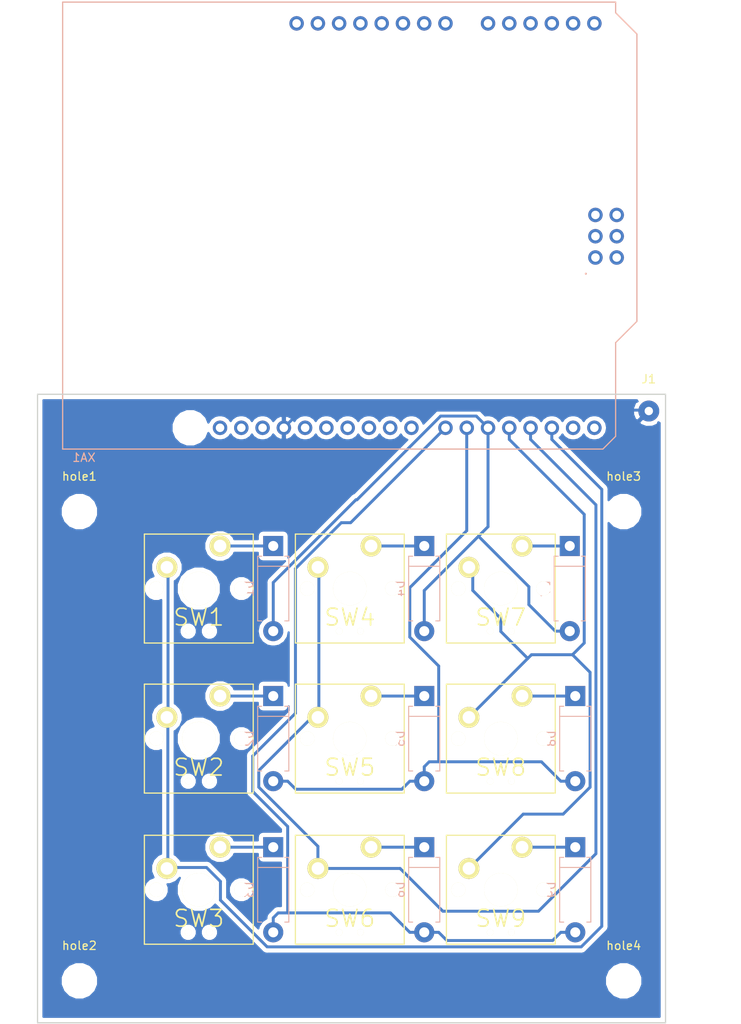
<source format=kicad_pcb>
(kicad_pcb (version 20171130) (host pcbnew "(5.0.0)")

  (general
    (thickness 1.6)
    (drawings 10)
    (tracks 110)
    (zones 0)
    (modules 24)
    (nets 47)
  )

  (page A4)
  (layers
    (0 F.Cu signal)
    (31 B.Cu signal)
    (32 B.Adhes user)
    (33 F.Adhes user)
    (34 B.Paste user)
    (35 F.Paste user)
    (36 B.SilkS user)
    (37 F.SilkS user)
    (38 B.Mask user)
    (39 F.Mask user)
    (40 Dwgs.User user)
    (41 Cmts.User user)
    (42 Eco1.User user)
    (43 Eco2.User user)
    (44 Edge.Cuts user)
    (45 Margin user)
    (46 B.CrtYd user)
    (47 F.CrtYd user)
    (48 B.Fab user)
    (49 F.Fab user)
  )

  (setup
    (last_trace_width 0.35)
    (trace_clearance 0.35)
    (zone_clearance 0.508)
    (zone_45_only no)
    (trace_min 0.2)
    (segment_width 0.2)
    (edge_width 0.15)
    (via_size 0.8)
    (via_drill 0.4)
    (via_min_size 0.4)
    (via_min_drill 0.3)
    (uvia_size 0.3)
    (uvia_drill 0.1)
    (uvias_allowed no)
    (uvia_min_size 0.2)
    (uvia_min_drill 0.1)
    (pcb_text_width 0.3)
    (pcb_text_size 1.5 1.5)
    (mod_edge_width 0.15)
    (mod_text_size 1 1)
    (mod_text_width 0.15)
    (pad_size 1.524 1.524)
    (pad_drill 0.762)
    (pad_to_mask_clearance 0.2)
    (aux_axis_origin 0 0)
    (visible_elements 7FFFFFFF)
    (pcbplotparams
      (layerselection 0x010fc_ffffffff)
      (usegerberextensions false)
      (usegerberattributes false)
      (usegerberadvancedattributes false)
      (creategerberjobfile false)
      (excludeedgelayer true)
      (linewidth 0.100000)
      (plotframeref false)
      (viasonmask false)
      (mode 1)
      (useauxorigin false)
      (hpglpennumber 1)
      (hpglpenspeed 20)
      (hpglpendiameter 15.000000)
      (psnegative false)
      (psa4output false)
      (plotreference true)
      (plotvalue true)
      (plotinvisibletext false)
      (padsonsilk false)
      (subtractmaskfromsilk false)
      (outputformat 1)
      (mirror false)
      (drillshape 1)
      (scaleselection 1)
      (outputdirectory ""))
  )

  (net 0 "")
  (net 1 /row0)
  (net 2 "Net-(D1-Pad1)")
  (net 3 /row1)
  (net 4 "Net-(D2-Pad1)")
  (net 5 "Net-(D3-Pad1)")
  (net 6 /row2)
  (net 7 "Net-(D4-Pad1)")
  (net 8 "Net-(D5-Pad1)")
  (net 9 "Net-(D6-Pad1)")
  (net 10 "Net-(D7-Pad1)")
  (net 11 "Net-(D8-Pad1)")
  (net 12 "Net-(D9-Pad1)")
  (net 13 GND)
  (net 14 /col0)
  (net 15 /col1)
  (net 16 /col2)
  (net 17 "Net-(XA1-PadRST2)")
  (net 18 "Net-(XA1-PadGND4)")
  (net 19 "Net-(XA1-PadMOSI)")
  (net 20 "Net-(XA1-PadSCK)")
  (net 21 "Net-(XA1-Pad5V2)")
  (net 22 "Net-(XA1-PadA0)")
  (net 23 "Net-(XA1-PadVIN)")
  (net 24 "Net-(XA1-PadGND3)")
  (net 25 "Net-(XA1-PadGND2)")
  (net 26 "Net-(XA1-Pad5V1)")
  (net 27 "Net-(XA1-Pad3V3)")
  (net 28 "Net-(XA1-PadRST1)")
  (net 29 "Net-(XA1-PadIORF)")
  (net 30 "Net-(XA1-PadD0)")
  (net 31 "Net-(XA1-PadD1)")
  (net 32 "Net-(XA1-PadD8)")
  (net 33 "Net-(XA1-PadD9)")
  (net 34 "Net-(XA1-PadD10)")
  (net 35 "Net-(XA1-PadSCL)")
  (net 36 "Net-(XA1-PadSDA)")
  (net 37 "Net-(XA1-PadAREF)")
  (net 38 "Net-(XA1-PadD13)")
  (net 39 "Net-(XA1-PadD12)")
  (net 40 "Net-(XA1-PadD11)")
  (net 41 "Net-(XA1-PadA1)")
  (net 42 "Net-(XA1-PadA2)")
  (net 43 "Net-(XA1-PadA3)")
  (net 44 "Net-(XA1-PadA4)")
  (net 45 "Net-(XA1-PadA5)")
  (net 46 "Net-(XA1-PadMISO)")

  (net_class Default "これはデフォルトのネット クラスです。"
    (clearance 0.35)
    (trace_width 0.35)
    (via_dia 0.8)
    (via_drill 0.4)
    (uvia_dia 0.3)
    (uvia_drill 0.1)
    (add_net /col0)
    (add_net /col1)
    (add_net /col2)
    (add_net /row0)
    (add_net /row1)
    (add_net /row2)
    (add_net GND)
    (add_net "Net-(D1-Pad1)")
    (add_net "Net-(D2-Pad1)")
    (add_net "Net-(D3-Pad1)")
    (add_net "Net-(D4-Pad1)")
    (add_net "Net-(D5-Pad1)")
    (add_net "Net-(D6-Pad1)")
    (add_net "Net-(D7-Pad1)")
    (add_net "Net-(D8-Pad1)")
    (add_net "Net-(D9-Pad1)")
    (add_net "Net-(XA1-Pad3V3)")
    (add_net "Net-(XA1-Pad5V1)")
    (add_net "Net-(XA1-Pad5V2)")
    (add_net "Net-(XA1-PadA0)")
    (add_net "Net-(XA1-PadA1)")
    (add_net "Net-(XA1-PadA2)")
    (add_net "Net-(XA1-PadA3)")
    (add_net "Net-(XA1-PadA4)")
    (add_net "Net-(XA1-PadA5)")
    (add_net "Net-(XA1-PadAREF)")
    (add_net "Net-(XA1-PadD0)")
    (add_net "Net-(XA1-PadD1)")
    (add_net "Net-(XA1-PadD10)")
    (add_net "Net-(XA1-PadD11)")
    (add_net "Net-(XA1-PadD12)")
    (add_net "Net-(XA1-PadD13)")
    (add_net "Net-(XA1-PadD8)")
    (add_net "Net-(XA1-PadD9)")
    (add_net "Net-(XA1-PadGND2)")
    (add_net "Net-(XA1-PadGND3)")
    (add_net "Net-(XA1-PadGND4)")
    (add_net "Net-(XA1-PadIORF)")
    (add_net "Net-(XA1-PadMISO)")
    (add_net "Net-(XA1-PadMOSI)")
    (add_net "Net-(XA1-PadRST1)")
    (add_net "Net-(XA1-PadRST2)")
    (add_net "Net-(XA1-PadSCK)")
    (add_net "Net-(XA1-PadSCL)")
    (add_net "Net-(XA1-PadSDA)")
    (add_net "Net-(XA1-PadVIN)")
  )

  (module Diodes_THT:D_DO-15_P10.16mm_Horizontal (layer B.Cu) (tedit 5921392E) (tstamp 5B9F18DB)
    (at 61.15 82.105 270)
    (descr "D, DO-15 series, Axial, Horizontal, pin pitch=10.16mm, , length*diameter=7.6*3.6mm^2, , http://www.diodes.com/_files/packages/DO-15.pdf")
    (tags "D DO-15 series Axial Horizontal pin pitch 10.16mm  length 7.6mm diameter 3.6mm")
    (path /5B9D5AC3)
    (fp_text reference D1 (at 5.08 2.86 270) (layer B.SilkS)
      (effects (font (size 1 1) (thickness 0.15)) (justify mirror))
    )
    (fp_text value DIODE (at 5.08 -2.86 270) (layer B.Fab)
      (effects (font (size 1 1) (thickness 0.15)) (justify mirror))
    )
    (fp_line (start 11.65 2.15) (end -1.45 2.15) (layer B.CrtYd) (width 0.05))
    (fp_line (start 11.65 -2.15) (end 11.65 2.15) (layer B.CrtYd) (width 0.05))
    (fp_line (start -1.45 -2.15) (end 11.65 -2.15) (layer B.CrtYd) (width 0.05))
    (fp_line (start -1.45 2.15) (end -1.45 -2.15) (layer B.CrtYd) (width 0.05))
    (fp_line (start 2.42 1.86) (end 2.42 -1.86) (layer B.SilkS) (width 0.12))
    (fp_line (start 8.94 -1.86) (end 8.94 -1.38) (layer B.SilkS) (width 0.12))
    (fp_line (start 1.22 -1.86) (end 8.94 -1.86) (layer B.SilkS) (width 0.12))
    (fp_line (start 1.22 -1.38) (end 1.22 -1.86) (layer B.SilkS) (width 0.12))
    (fp_line (start 8.94 1.86) (end 8.94 1.38) (layer B.SilkS) (width 0.12))
    (fp_line (start 1.22 1.86) (end 8.94 1.86) (layer B.SilkS) (width 0.12))
    (fp_line (start 1.22 1.38) (end 1.22 1.86) (layer B.SilkS) (width 0.12))
    (fp_line (start 2.42 1.8) (end 2.42 -1.8) (layer B.Fab) (width 0.1))
    (fp_line (start 10.16 0) (end 8.88 0) (layer B.Fab) (width 0.1))
    (fp_line (start 0 0) (end 1.28 0) (layer B.Fab) (width 0.1))
    (fp_line (start 8.88 1.8) (end 1.28 1.8) (layer B.Fab) (width 0.1))
    (fp_line (start 8.88 -1.8) (end 8.88 1.8) (layer B.Fab) (width 0.1))
    (fp_line (start 1.28 -1.8) (end 8.88 -1.8) (layer B.Fab) (width 0.1))
    (fp_line (start 1.28 1.8) (end 1.28 -1.8) (layer B.Fab) (width 0.1))
    (fp_text user %R (at 5.08 0 270) (layer B.Fab)
      (effects (font (size 1 1) (thickness 0.15)) (justify mirror))
    )
    (pad 2 thru_hole oval (at 10.16 0 270) (size 2.4 2.4) (drill 1.2) (layers *.Cu *.Mask)
      (net 1 /row0))
    (pad 1 thru_hole rect (at 0 0 270) (size 2.4 2.4) (drill 1.2) (layers *.Cu *.Mask)
      (net 2 "Net-(D1-Pad1)"))
    (model ${KISYS3DMOD}/Diodes_THT.3dshapes/D_DO-15_P10.16mm_Horizontal.wrl
      (at (xyz 0 0 0))
      (scale (xyz 0.393701 0.393701 0.393701))
      (rotate (xyz 0 0 0))
    )
  )

  (module Diodes_THT:D_DO-15_P10.16mm_Horizontal (layer B.Cu) (tedit 5921392E) (tstamp 5B9F18C3)
    (at 61.15 118.046 270)
    (descr "D, DO-15 series, Axial, Horizontal, pin pitch=10.16mm, , length*diameter=7.6*3.6mm^2, , http://www.diodes.com/_files/packages/DO-15.pdf")
    (tags "D DO-15 series Axial Horizontal pin pitch 10.16mm  length 7.6mm diameter 3.6mm")
    (path /5B9D614E)
    (fp_text reference D3 (at 5.08 2.86 270) (layer B.SilkS)
      (effects (font (size 1 1) (thickness 0.15)) (justify mirror))
    )
    (fp_text value DIODE (at 5.08 -2.86 270) (layer B.Fab)
      (effects (font (size 1 1) (thickness 0.15)) (justify mirror))
    )
    (fp_text user %R (at 5.08 0 270) (layer B.Fab)
      (effects (font (size 1 1) (thickness 0.15)) (justify mirror))
    )
    (fp_line (start 1.28 1.8) (end 1.28 -1.8) (layer B.Fab) (width 0.1))
    (fp_line (start 1.28 -1.8) (end 8.88 -1.8) (layer B.Fab) (width 0.1))
    (fp_line (start 8.88 -1.8) (end 8.88 1.8) (layer B.Fab) (width 0.1))
    (fp_line (start 8.88 1.8) (end 1.28 1.8) (layer B.Fab) (width 0.1))
    (fp_line (start 0 0) (end 1.28 0) (layer B.Fab) (width 0.1))
    (fp_line (start 10.16 0) (end 8.88 0) (layer B.Fab) (width 0.1))
    (fp_line (start 2.42 1.8) (end 2.42 -1.8) (layer B.Fab) (width 0.1))
    (fp_line (start 1.22 1.38) (end 1.22 1.86) (layer B.SilkS) (width 0.12))
    (fp_line (start 1.22 1.86) (end 8.94 1.86) (layer B.SilkS) (width 0.12))
    (fp_line (start 8.94 1.86) (end 8.94 1.38) (layer B.SilkS) (width 0.12))
    (fp_line (start 1.22 -1.38) (end 1.22 -1.86) (layer B.SilkS) (width 0.12))
    (fp_line (start 1.22 -1.86) (end 8.94 -1.86) (layer B.SilkS) (width 0.12))
    (fp_line (start 8.94 -1.86) (end 8.94 -1.38) (layer B.SilkS) (width 0.12))
    (fp_line (start 2.42 1.86) (end 2.42 -1.86) (layer B.SilkS) (width 0.12))
    (fp_line (start -1.45 2.15) (end -1.45 -2.15) (layer B.CrtYd) (width 0.05))
    (fp_line (start -1.45 -2.15) (end 11.65 -2.15) (layer B.CrtYd) (width 0.05))
    (fp_line (start 11.65 -2.15) (end 11.65 2.15) (layer B.CrtYd) (width 0.05))
    (fp_line (start 11.65 2.15) (end -1.45 2.15) (layer B.CrtYd) (width 0.05))
    (pad 1 thru_hole rect (at 0 0 270) (size 2.4 2.4) (drill 1.2) (layers *.Cu *.Mask)
      (net 5 "Net-(D3-Pad1)"))
    (pad 2 thru_hole oval (at 10.16 0 270) (size 2.4 2.4) (drill 1.2) (layers *.Cu *.Mask)
      (net 6 /row2))
    (model ${KISYS3DMOD}/Diodes_THT.3dshapes/D_DO-15_P10.16mm_Horizontal.wrl
      (at (xyz 0 0 0))
      (scale (xyz 0.393701 0.393701 0.393701))
      (rotate (xyz 0 0 0))
    )
  )

  (module Diodes_THT:D_DO-15_P10.16mm_Horizontal (layer B.Cu) (tedit 5921392E) (tstamp 5B9F18AB)
    (at 79.184 82.105 270)
    (descr "D, DO-15 series, Axial, Horizontal, pin pitch=10.16mm, , length*diameter=7.6*3.6mm^2, , http://www.diodes.com/_files/packages/DO-15.pdf")
    (tags "D DO-15 series Axial Horizontal pin pitch 10.16mm  length 7.6mm diameter 3.6mm")
    (path /5B9D5C0C)
    (fp_text reference D4 (at 5.08 2.86 270) (layer B.SilkS)
      (effects (font (size 1 1) (thickness 0.15)) (justify mirror))
    )
    (fp_text value DIODE (at 5.08 -2.86 270) (layer B.Fab)
      (effects (font (size 1 1) (thickness 0.15)) (justify mirror))
    )
    (fp_line (start 11.65 2.15) (end -1.45 2.15) (layer B.CrtYd) (width 0.05))
    (fp_line (start 11.65 -2.15) (end 11.65 2.15) (layer B.CrtYd) (width 0.05))
    (fp_line (start -1.45 -2.15) (end 11.65 -2.15) (layer B.CrtYd) (width 0.05))
    (fp_line (start -1.45 2.15) (end -1.45 -2.15) (layer B.CrtYd) (width 0.05))
    (fp_line (start 2.42 1.86) (end 2.42 -1.86) (layer B.SilkS) (width 0.12))
    (fp_line (start 8.94 -1.86) (end 8.94 -1.38) (layer B.SilkS) (width 0.12))
    (fp_line (start 1.22 -1.86) (end 8.94 -1.86) (layer B.SilkS) (width 0.12))
    (fp_line (start 1.22 -1.38) (end 1.22 -1.86) (layer B.SilkS) (width 0.12))
    (fp_line (start 8.94 1.86) (end 8.94 1.38) (layer B.SilkS) (width 0.12))
    (fp_line (start 1.22 1.86) (end 8.94 1.86) (layer B.SilkS) (width 0.12))
    (fp_line (start 1.22 1.38) (end 1.22 1.86) (layer B.SilkS) (width 0.12))
    (fp_line (start 2.42 1.8) (end 2.42 -1.8) (layer B.Fab) (width 0.1))
    (fp_line (start 10.16 0) (end 8.88 0) (layer B.Fab) (width 0.1))
    (fp_line (start 0 0) (end 1.28 0) (layer B.Fab) (width 0.1))
    (fp_line (start 8.88 1.8) (end 1.28 1.8) (layer B.Fab) (width 0.1))
    (fp_line (start 8.88 -1.8) (end 8.88 1.8) (layer B.Fab) (width 0.1))
    (fp_line (start 1.28 -1.8) (end 8.88 -1.8) (layer B.Fab) (width 0.1))
    (fp_line (start 1.28 1.8) (end 1.28 -1.8) (layer B.Fab) (width 0.1))
    (fp_text user %R (at 5.08 0 270) (layer B.Fab)
      (effects (font (size 1 1) (thickness 0.15)) (justify mirror))
    )
    (pad 2 thru_hole oval (at 10.16 0 270) (size 2.4 2.4) (drill 1.2) (layers *.Cu *.Mask)
      (net 1 /row0))
    (pad 1 thru_hole rect (at 0 0 270) (size 2.4 2.4) (drill 1.2) (layers *.Cu *.Mask)
      (net 7 "Net-(D4-Pad1)"))
    (model ${KISYS3DMOD}/Diodes_THT.3dshapes/D_DO-15_P10.16mm_Horizontal.wrl
      (at (xyz 0 0 0))
      (scale (xyz 0.393701 0.393701 0.393701))
      (rotate (xyz 0 0 0))
    )
  )

  (module Diodes_THT:D_DO-15_P10.16mm_Horizontal (layer B.Cu) (tedit 5921392E) (tstamp 5B9F1893)
    (at 79.184 100.012 270)
    (descr "D, DO-15 series, Axial, Horizontal, pin pitch=10.16mm, , length*diameter=7.6*3.6mm^2, , http://www.diodes.com/_files/packages/DO-15.pdf")
    (tags "D DO-15 series Axial Horizontal pin pitch 10.16mm  length 7.6mm diameter 3.6mm")
    (path /5B9D6008)
    (fp_text reference D5 (at 5.08 2.86 270) (layer B.SilkS)
      (effects (font (size 1 1) (thickness 0.15)) (justify mirror))
    )
    (fp_text value DIODE (at 5.08 -2.86 270) (layer B.Fab)
      (effects (font (size 1 1) (thickness 0.15)) (justify mirror))
    )
    (fp_text user %R (at 5.08 0 270) (layer B.Fab)
      (effects (font (size 1 1) (thickness 0.15)) (justify mirror))
    )
    (fp_line (start 1.28 1.8) (end 1.28 -1.8) (layer B.Fab) (width 0.1))
    (fp_line (start 1.28 -1.8) (end 8.88 -1.8) (layer B.Fab) (width 0.1))
    (fp_line (start 8.88 -1.8) (end 8.88 1.8) (layer B.Fab) (width 0.1))
    (fp_line (start 8.88 1.8) (end 1.28 1.8) (layer B.Fab) (width 0.1))
    (fp_line (start 0 0) (end 1.28 0) (layer B.Fab) (width 0.1))
    (fp_line (start 10.16 0) (end 8.88 0) (layer B.Fab) (width 0.1))
    (fp_line (start 2.42 1.8) (end 2.42 -1.8) (layer B.Fab) (width 0.1))
    (fp_line (start 1.22 1.38) (end 1.22 1.86) (layer B.SilkS) (width 0.12))
    (fp_line (start 1.22 1.86) (end 8.94 1.86) (layer B.SilkS) (width 0.12))
    (fp_line (start 8.94 1.86) (end 8.94 1.38) (layer B.SilkS) (width 0.12))
    (fp_line (start 1.22 -1.38) (end 1.22 -1.86) (layer B.SilkS) (width 0.12))
    (fp_line (start 1.22 -1.86) (end 8.94 -1.86) (layer B.SilkS) (width 0.12))
    (fp_line (start 8.94 -1.86) (end 8.94 -1.38) (layer B.SilkS) (width 0.12))
    (fp_line (start 2.42 1.86) (end 2.42 -1.86) (layer B.SilkS) (width 0.12))
    (fp_line (start -1.45 2.15) (end -1.45 -2.15) (layer B.CrtYd) (width 0.05))
    (fp_line (start -1.45 -2.15) (end 11.65 -2.15) (layer B.CrtYd) (width 0.05))
    (fp_line (start 11.65 -2.15) (end 11.65 2.15) (layer B.CrtYd) (width 0.05))
    (fp_line (start 11.65 2.15) (end -1.45 2.15) (layer B.CrtYd) (width 0.05))
    (pad 1 thru_hole rect (at 0 0 270) (size 2.4 2.4) (drill 1.2) (layers *.Cu *.Mask)
      (net 8 "Net-(D5-Pad1)"))
    (pad 2 thru_hole oval (at 10.16 0 270) (size 2.4 2.4) (drill 1.2) (layers *.Cu *.Mask)
      (net 3 /row1))
    (model ${KISYS3DMOD}/Diodes_THT.3dshapes/D_DO-15_P10.16mm_Horizontal.wrl
      (at (xyz 0 0 0))
      (scale (xyz 0.393701 0.393701 0.393701))
      (rotate (xyz 0 0 0))
    )
  )

  (module Diodes_THT:D_DO-15_P10.16mm_Horizontal (layer B.Cu) (tedit 5921392E) (tstamp 5B9F187B)
    (at 79.184 118.046 270)
    (descr "D, DO-15 series, Axial, Horizontal, pin pitch=10.16mm, , length*diameter=7.6*3.6mm^2, , http://www.diodes.com/_files/packages/DO-15.pdf")
    (tags "D DO-15 series Axial Horizontal pin pitch 10.16mm  length 7.6mm diameter 3.6mm")
    (path /5B9D615A)
    (fp_text reference D6 (at 5.08 2.86 270) (layer B.SilkS)
      (effects (font (size 1 1) (thickness 0.15)) (justify mirror))
    )
    (fp_text value DIODE (at 5.08 -2.86 270) (layer B.Fab)
      (effects (font (size 1 1) (thickness 0.15)) (justify mirror))
    )
    (fp_line (start 11.65 2.15) (end -1.45 2.15) (layer B.CrtYd) (width 0.05))
    (fp_line (start 11.65 -2.15) (end 11.65 2.15) (layer B.CrtYd) (width 0.05))
    (fp_line (start -1.45 -2.15) (end 11.65 -2.15) (layer B.CrtYd) (width 0.05))
    (fp_line (start -1.45 2.15) (end -1.45 -2.15) (layer B.CrtYd) (width 0.05))
    (fp_line (start 2.42 1.86) (end 2.42 -1.86) (layer B.SilkS) (width 0.12))
    (fp_line (start 8.94 -1.86) (end 8.94 -1.38) (layer B.SilkS) (width 0.12))
    (fp_line (start 1.22 -1.86) (end 8.94 -1.86) (layer B.SilkS) (width 0.12))
    (fp_line (start 1.22 -1.38) (end 1.22 -1.86) (layer B.SilkS) (width 0.12))
    (fp_line (start 8.94 1.86) (end 8.94 1.38) (layer B.SilkS) (width 0.12))
    (fp_line (start 1.22 1.86) (end 8.94 1.86) (layer B.SilkS) (width 0.12))
    (fp_line (start 1.22 1.38) (end 1.22 1.86) (layer B.SilkS) (width 0.12))
    (fp_line (start 2.42 1.8) (end 2.42 -1.8) (layer B.Fab) (width 0.1))
    (fp_line (start 10.16 0) (end 8.88 0) (layer B.Fab) (width 0.1))
    (fp_line (start 0 0) (end 1.28 0) (layer B.Fab) (width 0.1))
    (fp_line (start 8.88 1.8) (end 1.28 1.8) (layer B.Fab) (width 0.1))
    (fp_line (start 8.88 -1.8) (end 8.88 1.8) (layer B.Fab) (width 0.1))
    (fp_line (start 1.28 -1.8) (end 8.88 -1.8) (layer B.Fab) (width 0.1))
    (fp_line (start 1.28 1.8) (end 1.28 -1.8) (layer B.Fab) (width 0.1))
    (fp_text user %R (at 5.08 0 270) (layer B.Fab)
      (effects (font (size 1 1) (thickness 0.15)) (justify mirror))
    )
    (pad 2 thru_hole oval (at 10.16 0 270) (size 2.4 2.4) (drill 1.2) (layers *.Cu *.Mask)
      (net 6 /row2))
    (pad 1 thru_hole rect (at 0 0 270) (size 2.4 2.4) (drill 1.2) (layers *.Cu *.Mask)
      (net 9 "Net-(D6-Pad1)"))
    (model ${KISYS3DMOD}/Diodes_THT.3dshapes/D_DO-15_P10.16mm_Horizontal.wrl
      (at (xyz 0 0 0))
      (scale (xyz 0.393701 0.393701 0.393701))
      (rotate (xyz 0 0 0))
    )
  )

  (module Diodes_THT:D_DO-15_P10.16mm_Horizontal (layer B.Cu) (tedit 5921392E) (tstamp 5B9F1863)
    (at 96.56 82.105 270)
    (descr "D, DO-15 series, Axial, Horizontal, pin pitch=10.16mm, , length*diameter=7.6*3.6mm^2, , http://www.diodes.com/_files/packages/DO-15.pdf")
    (tags "D DO-15 series Axial Horizontal pin pitch 10.16mm  length 7.6mm diameter 3.6mm")
    (path /5B9D5D6B)
    (fp_text reference D7 (at 5.08 2.86 270) (layer B.SilkS)
      (effects (font (size 1 1) (thickness 0.15)) (justify mirror))
    )
    (fp_text value DIODE (at 5.08 -2.86 270) (layer B.Fab)
      (effects (font (size 1 1) (thickness 0.15)) (justify mirror))
    )
    (fp_text user %R (at 5.08 0 270) (layer B.Fab)
      (effects (font (size 1 1) (thickness 0.15)) (justify mirror))
    )
    (fp_line (start 1.28 1.8) (end 1.28 -1.8) (layer B.Fab) (width 0.1))
    (fp_line (start 1.28 -1.8) (end 8.88 -1.8) (layer B.Fab) (width 0.1))
    (fp_line (start 8.88 -1.8) (end 8.88 1.8) (layer B.Fab) (width 0.1))
    (fp_line (start 8.88 1.8) (end 1.28 1.8) (layer B.Fab) (width 0.1))
    (fp_line (start 0 0) (end 1.28 0) (layer B.Fab) (width 0.1))
    (fp_line (start 10.16 0) (end 8.88 0) (layer B.Fab) (width 0.1))
    (fp_line (start 2.42 1.8) (end 2.42 -1.8) (layer B.Fab) (width 0.1))
    (fp_line (start 1.22 1.38) (end 1.22 1.86) (layer B.SilkS) (width 0.12))
    (fp_line (start 1.22 1.86) (end 8.94 1.86) (layer B.SilkS) (width 0.12))
    (fp_line (start 8.94 1.86) (end 8.94 1.38) (layer B.SilkS) (width 0.12))
    (fp_line (start 1.22 -1.38) (end 1.22 -1.86) (layer B.SilkS) (width 0.12))
    (fp_line (start 1.22 -1.86) (end 8.94 -1.86) (layer B.SilkS) (width 0.12))
    (fp_line (start 8.94 -1.86) (end 8.94 -1.38) (layer B.SilkS) (width 0.12))
    (fp_line (start 2.42 1.86) (end 2.42 -1.86) (layer B.SilkS) (width 0.12))
    (fp_line (start -1.45 2.15) (end -1.45 -2.15) (layer B.CrtYd) (width 0.05))
    (fp_line (start -1.45 -2.15) (end 11.65 -2.15) (layer B.CrtYd) (width 0.05))
    (fp_line (start 11.65 -2.15) (end 11.65 2.15) (layer B.CrtYd) (width 0.05))
    (fp_line (start 11.65 2.15) (end -1.45 2.15) (layer B.CrtYd) (width 0.05))
    (pad 1 thru_hole rect (at 0 0 270) (size 2.4 2.4) (drill 1.2) (layers *.Cu *.Mask)
      (net 10 "Net-(D7-Pad1)"))
    (pad 2 thru_hole oval (at 10.16 0 270) (size 2.4 2.4) (drill 1.2) (layers *.Cu *.Mask)
      (net 1 /row0))
    (model ${KISYS3DMOD}/Diodes_THT.3dshapes/D_DO-15_P10.16mm_Horizontal.wrl
      (at (xyz 0 0 0))
      (scale (xyz 0.393701 0.393701 0.393701))
      (rotate (xyz 0 0 0))
    )
  )

  (module Diodes_THT:D_DO-15_P10.16mm_Horizontal (layer B.Cu) (tedit 5921392E) (tstamp 5B9F184B)
    (at 97.218 100.012 270)
    (descr "D, DO-15 series, Axial, Horizontal, pin pitch=10.16mm, , length*diameter=7.6*3.6mm^2, , http://www.diodes.com/_files/packages/DO-15.pdf")
    (tags "D DO-15 series Axial Horizontal pin pitch 10.16mm  length 7.6mm diameter 3.6mm")
    (path /5B9D6014)
    (fp_text reference D8 (at 5.08 2.86 270) (layer B.SilkS)
      (effects (font (size 1 1) (thickness 0.15)) (justify mirror))
    )
    (fp_text value DIODE (at 5.08 -2.86 270) (layer B.Fab)
      (effects (font (size 1 1) (thickness 0.15)) (justify mirror))
    )
    (fp_line (start 11.65 2.15) (end -1.45 2.15) (layer B.CrtYd) (width 0.05))
    (fp_line (start 11.65 -2.15) (end 11.65 2.15) (layer B.CrtYd) (width 0.05))
    (fp_line (start -1.45 -2.15) (end 11.65 -2.15) (layer B.CrtYd) (width 0.05))
    (fp_line (start -1.45 2.15) (end -1.45 -2.15) (layer B.CrtYd) (width 0.05))
    (fp_line (start 2.42 1.86) (end 2.42 -1.86) (layer B.SilkS) (width 0.12))
    (fp_line (start 8.94 -1.86) (end 8.94 -1.38) (layer B.SilkS) (width 0.12))
    (fp_line (start 1.22 -1.86) (end 8.94 -1.86) (layer B.SilkS) (width 0.12))
    (fp_line (start 1.22 -1.38) (end 1.22 -1.86) (layer B.SilkS) (width 0.12))
    (fp_line (start 8.94 1.86) (end 8.94 1.38) (layer B.SilkS) (width 0.12))
    (fp_line (start 1.22 1.86) (end 8.94 1.86) (layer B.SilkS) (width 0.12))
    (fp_line (start 1.22 1.38) (end 1.22 1.86) (layer B.SilkS) (width 0.12))
    (fp_line (start 2.42 1.8) (end 2.42 -1.8) (layer B.Fab) (width 0.1))
    (fp_line (start 10.16 0) (end 8.88 0) (layer B.Fab) (width 0.1))
    (fp_line (start 0 0) (end 1.28 0) (layer B.Fab) (width 0.1))
    (fp_line (start 8.88 1.8) (end 1.28 1.8) (layer B.Fab) (width 0.1))
    (fp_line (start 8.88 -1.8) (end 8.88 1.8) (layer B.Fab) (width 0.1))
    (fp_line (start 1.28 -1.8) (end 8.88 -1.8) (layer B.Fab) (width 0.1))
    (fp_line (start 1.28 1.8) (end 1.28 -1.8) (layer B.Fab) (width 0.1))
    (fp_text user %R (at 5.08 0 270) (layer B.Fab)
      (effects (font (size 1 1) (thickness 0.15)) (justify mirror))
    )
    (pad 2 thru_hole oval (at 10.16 0 270) (size 2.4 2.4) (drill 1.2) (layers *.Cu *.Mask)
      (net 3 /row1))
    (pad 1 thru_hole rect (at 0 0 270) (size 2.4 2.4) (drill 1.2) (layers *.Cu *.Mask)
      (net 11 "Net-(D8-Pad1)"))
    (model ${KISYS3DMOD}/Diodes_THT.3dshapes/D_DO-15_P10.16mm_Horizontal.wrl
      (at (xyz 0 0 0))
      (scale (xyz 0.393701 0.393701 0.393701))
      (rotate (xyz 0 0 0))
    )
  )

  (module Diodes_THT:D_DO-15_P10.16mm_Horizontal (layer B.Cu) (tedit 5921392E) (tstamp 5B9F1833)
    (at 97.218 118.046 270)
    (descr "D, DO-15 series, Axial, Horizontal, pin pitch=10.16mm, , length*diameter=7.6*3.6mm^2, , http://www.diodes.com/_files/packages/DO-15.pdf")
    (tags "D DO-15 series Axial Horizontal pin pitch 10.16mm  length 7.6mm diameter 3.6mm")
    (path /5B9D6166)
    (fp_text reference D9 (at 5.08 2.86 270) (layer B.SilkS)
      (effects (font (size 1 1) (thickness 0.15)) (justify mirror))
    )
    (fp_text value DIODE (at 5.08 -2.86 270) (layer B.Fab)
      (effects (font (size 1 1) (thickness 0.15)) (justify mirror))
    )
    (fp_text user %R (at 5.08 0 270) (layer B.Fab)
      (effects (font (size 1 1) (thickness 0.15)) (justify mirror))
    )
    (fp_line (start 1.28 1.8) (end 1.28 -1.8) (layer B.Fab) (width 0.1))
    (fp_line (start 1.28 -1.8) (end 8.88 -1.8) (layer B.Fab) (width 0.1))
    (fp_line (start 8.88 -1.8) (end 8.88 1.8) (layer B.Fab) (width 0.1))
    (fp_line (start 8.88 1.8) (end 1.28 1.8) (layer B.Fab) (width 0.1))
    (fp_line (start 0 0) (end 1.28 0) (layer B.Fab) (width 0.1))
    (fp_line (start 10.16 0) (end 8.88 0) (layer B.Fab) (width 0.1))
    (fp_line (start 2.42 1.8) (end 2.42 -1.8) (layer B.Fab) (width 0.1))
    (fp_line (start 1.22 1.38) (end 1.22 1.86) (layer B.SilkS) (width 0.12))
    (fp_line (start 1.22 1.86) (end 8.94 1.86) (layer B.SilkS) (width 0.12))
    (fp_line (start 8.94 1.86) (end 8.94 1.38) (layer B.SilkS) (width 0.12))
    (fp_line (start 1.22 -1.38) (end 1.22 -1.86) (layer B.SilkS) (width 0.12))
    (fp_line (start 1.22 -1.86) (end 8.94 -1.86) (layer B.SilkS) (width 0.12))
    (fp_line (start 8.94 -1.86) (end 8.94 -1.38) (layer B.SilkS) (width 0.12))
    (fp_line (start 2.42 1.86) (end 2.42 -1.86) (layer B.SilkS) (width 0.12))
    (fp_line (start -1.45 2.15) (end -1.45 -2.15) (layer B.CrtYd) (width 0.05))
    (fp_line (start -1.45 -2.15) (end 11.65 -2.15) (layer B.CrtYd) (width 0.05))
    (fp_line (start 11.65 -2.15) (end 11.65 2.15) (layer B.CrtYd) (width 0.05))
    (fp_line (start 11.65 2.15) (end -1.45 2.15) (layer B.CrtYd) (width 0.05))
    (pad 1 thru_hole rect (at 0 0 270) (size 2.4 2.4) (drill 1.2) (layers *.Cu *.Mask)
      (net 12 "Net-(D9-Pad1)"))
    (pad 2 thru_hole oval (at 10.16 0 270) (size 2.4 2.4) (drill 1.2) (layers *.Cu *.Mask)
      (net 6 /row2))
    (model ${KISYS3DMOD}/Diodes_THT.3dshapes/D_DO-15_P10.16mm_Horizontal.wrl
      (at (xyz 0 0 0))
      (scale (xyz 0.393701 0.393701 0.393701))
      (rotate (xyz 0 0 0))
    )
  )

  (module Diodes_THT:D_DO-15_P10.16mm_Horizontal (layer B.Cu) (tedit 5921392E) (tstamp 5B9F181B)
    (at 61.15 100.012 270)
    (descr "D, DO-15 series, Axial, Horizontal, pin pitch=10.16mm, , length*diameter=7.6*3.6mm^2, , http://www.diodes.com/_files/packages/DO-15.pdf")
    (tags "D DO-15 series Axial Horizontal pin pitch 10.16mm  length 7.6mm diameter 3.6mm")
    (path /5B9D5FFC)
    (fp_text reference D2 (at 5.08 2.86 270) (layer B.SilkS)
      (effects (font (size 1 1) (thickness 0.15)) (justify mirror))
    )
    (fp_text value DIODE (at 5.08 -2.86 270) (layer B.Fab)
      (effects (font (size 1 1) (thickness 0.15)) (justify mirror))
    )
    (fp_line (start 11.65 2.15) (end -1.45 2.15) (layer B.CrtYd) (width 0.05))
    (fp_line (start 11.65 -2.15) (end 11.65 2.15) (layer B.CrtYd) (width 0.05))
    (fp_line (start -1.45 -2.15) (end 11.65 -2.15) (layer B.CrtYd) (width 0.05))
    (fp_line (start -1.45 2.15) (end -1.45 -2.15) (layer B.CrtYd) (width 0.05))
    (fp_line (start 2.42 1.86) (end 2.42 -1.86) (layer B.SilkS) (width 0.12))
    (fp_line (start 8.94 -1.86) (end 8.94 -1.38) (layer B.SilkS) (width 0.12))
    (fp_line (start 1.22 -1.86) (end 8.94 -1.86) (layer B.SilkS) (width 0.12))
    (fp_line (start 1.22 -1.38) (end 1.22 -1.86) (layer B.SilkS) (width 0.12))
    (fp_line (start 8.94 1.86) (end 8.94 1.38) (layer B.SilkS) (width 0.12))
    (fp_line (start 1.22 1.86) (end 8.94 1.86) (layer B.SilkS) (width 0.12))
    (fp_line (start 1.22 1.38) (end 1.22 1.86) (layer B.SilkS) (width 0.12))
    (fp_line (start 2.42 1.8) (end 2.42 -1.8) (layer B.Fab) (width 0.1))
    (fp_line (start 10.16 0) (end 8.88 0) (layer B.Fab) (width 0.1))
    (fp_line (start 0 0) (end 1.28 0) (layer B.Fab) (width 0.1))
    (fp_line (start 8.88 1.8) (end 1.28 1.8) (layer B.Fab) (width 0.1))
    (fp_line (start 8.88 -1.8) (end 8.88 1.8) (layer B.Fab) (width 0.1))
    (fp_line (start 1.28 -1.8) (end 8.88 -1.8) (layer B.Fab) (width 0.1))
    (fp_line (start 1.28 1.8) (end 1.28 -1.8) (layer B.Fab) (width 0.1))
    (fp_text user %R (at 5.08 0 270) (layer B.Fab)
      (effects (font (size 1 1) (thickness 0.15)) (justify mirror))
    )
    (pad 2 thru_hole oval (at 10.16 0 270) (size 2.4 2.4) (drill 1.2) (layers *.Cu *.Mask)
      (net 3 /row1))
    (pad 1 thru_hole rect (at 0 0 270) (size 2.4 2.4) (drill 1.2) (layers *.Cu *.Mask)
      (net 4 "Net-(D2-Pad1)"))
    (model ${KISYS3DMOD}/Diodes_THT.3dshapes/D_DO-15_P10.16mm_Horizontal.wrl
      (at (xyz 0 0 0))
      (scale (xyz 0.393701 0.393701 0.393701))
      (rotate (xyz 0 0 0))
    )
  )

  (module Wire_Pads:SolderWirePad_single_1mmDrill (layer F.Cu) (tedit 0) (tstamp 5B9D1FC1)
    (at 106 66)
    (path /5B9D8B7F)
    (fp_text reference J1 (at 0 -3.81) (layer F.SilkS)
      (effects (font (size 1 1) (thickness 0.15)))
    )
    (fp_text value Conn_01x01_Male (at -1.905 3.175) (layer F.Fab)
      (effects (font (size 1 1) (thickness 0.15)))
    )
    (pad 1 thru_hole circle (at 0 0) (size 2.49936 2.49936) (drill 1.00076) (layers *.Cu *.Mask)
      (net 13 GND))
  )

  (module footprint:switch (layer F.Cu) (tedit 578B1085) (tstamp 5B9D1FD0)
    (at 52.26 87.185)
    (path /5B9D59F3)
    (fp_text reference SW1 (at 0 3.429) (layer F.SilkS)
      (effects (font (size 2 2) (thickness 0.2)))
    )
    (fp_text value SW_Push (at 0 -7.5) (layer F.Fab) hide
      (effects (font (size 1 1) (thickness 0.15)))
    )
    (fp_line (start -6.5 -6.5) (end 6.5 -6.5) (layer F.SilkS) (width 0.15))
    (fp_line (start 6.5 -6.5) (end 6.5 6.5) (layer F.SilkS) (width 0.15))
    (fp_line (start 6.5 6.5) (end -6.5 6.5) (layer F.SilkS) (width 0.15))
    (fp_line (start -6.5 6.5) (end -6.5 -6.5) (layer F.SilkS) (width 0.15))
    (pad "" np_thru_hole circle (at 5.08 0) (size 1.71 1.71) (drill 1.71) (layers *.Cu *.Mask F.SilkS))
    (pad 2 thru_hole circle (at 2.54 -5.08) (size 2.5 2.5) (drill 1.5) (layers *.Cu *.Mask F.SilkS)
      (net 2 "Net-(D1-Pad1)"))
    (pad "" np_thru_hole circle (at 0 0) (size 4 4) (drill 4) (layers *.Cu *.Mask F.SilkS))
    (pad 1 thru_hole circle (at -3.81 -2.54) (size 2.5 2.5) (drill 1.5) (layers *.Cu *.Mask F.SilkS)
      (net 14 /col0))
    (pad "" np_thru_hole circle (at -5.08 0) (size 1.71 1.71) (drill 1.71) (layers *.Cu *.Mask F.SilkS))
    (pad "" np_thru_hole circle (at 1.27 5.08) (size 0.8 0.8) (drill 0.8) (layers *.Cu *.Mask F.SilkS))
    (pad "" np_thru_hole circle (at -1.27 5.08) (size 0.8 0.8) (drill 0.8) (layers *.Cu *.Mask F.SilkS))
  )

  (module footprint:switch (layer F.Cu) (tedit 578B1085) (tstamp 5B9D1FDF)
    (at 52.26 105.092)
    (path /5B9D5FF6)
    (fp_text reference SW2 (at 0 3.429) (layer F.SilkS)
      (effects (font (size 2 2) (thickness 0.2)))
    )
    (fp_text value SW_Push (at 0 -7.5) (layer F.Fab) hide
      (effects (font (size 1 1) (thickness 0.15)))
    )
    (fp_line (start -6.5 -6.5) (end 6.5 -6.5) (layer F.SilkS) (width 0.15))
    (fp_line (start 6.5 -6.5) (end 6.5 6.5) (layer F.SilkS) (width 0.15))
    (fp_line (start 6.5 6.5) (end -6.5 6.5) (layer F.SilkS) (width 0.15))
    (fp_line (start -6.5 6.5) (end -6.5 -6.5) (layer F.SilkS) (width 0.15))
    (pad "" np_thru_hole circle (at 5.08 0) (size 1.71 1.71) (drill 1.71) (layers *.Cu *.Mask F.SilkS))
    (pad 2 thru_hole circle (at 2.54 -5.08) (size 2.5 2.5) (drill 1.5) (layers *.Cu *.Mask F.SilkS)
      (net 4 "Net-(D2-Pad1)"))
    (pad "" np_thru_hole circle (at 0 0) (size 4 4) (drill 4) (layers *.Cu *.Mask F.SilkS))
    (pad 1 thru_hole circle (at -3.81 -2.54) (size 2.5 2.5) (drill 1.5) (layers *.Cu *.Mask F.SilkS)
      (net 14 /col0))
    (pad "" np_thru_hole circle (at -5.08 0) (size 1.71 1.71) (drill 1.71) (layers *.Cu *.Mask F.SilkS))
    (pad "" np_thru_hole circle (at 1.27 5.08) (size 0.8 0.8) (drill 0.8) (layers *.Cu *.Mask F.SilkS))
    (pad "" np_thru_hole circle (at -1.27 5.08) (size 0.8 0.8) (drill 0.8) (layers *.Cu *.Mask F.SilkS))
  )

  (module footprint:switch (layer F.Cu) (tedit 578B1085) (tstamp 5B9D1FEE)
    (at 52.26 123.126)
    (path /5B9D6148)
    (fp_text reference SW3 (at 0 3.429) (layer F.SilkS)
      (effects (font (size 2 2) (thickness 0.2)))
    )
    (fp_text value SW_Push (at 0 -7.5) (layer F.Fab) hide
      (effects (font (size 1 1) (thickness 0.15)))
    )
    (fp_line (start -6.5 -6.5) (end 6.5 -6.5) (layer F.SilkS) (width 0.15))
    (fp_line (start 6.5 -6.5) (end 6.5 6.5) (layer F.SilkS) (width 0.15))
    (fp_line (start 6.5 6.5) (end -6.5 6.5) (layer F.SilkS) (width 0.15))
    (fp_line (start -6.5 6.5) (end -6.5 -6.5) (layer F.SilkS) (width 0.15))
    (pad "" np_thru_hole circle (at 5.08 0) (size 1.71 1.71) (drill 1.71) (layers *.Cu *.Mask F.SilkS))
    (pad 2 thru_hole circle (at 2.54 -5.08) (size 2.5 2.5) (drill 1.5) (layers *.Cu *.Mask F.SilkS)
      (net 5 "Net-(D3-Pad1)"))
    (pad "" np_thru_hole circle (at 0 0) (size 4 4) (drill 4) (layers *.Cu *.Mask F.SilkS))
    (pad 1 thru_hole circle (at -3.81 -2.54) (size 2.5 2.5) (drill 1.5) (layers *.Cu *.Mask F.SilkS)
      (net 14 /col0))
    (pad "" np_thru_hole circle (at -5.08 0) (size 1.71 1.71) (drill 1.71) (layers *.Cu *.Mask F.SilkS))
    (pad "" np_thru_hole circle (at 1.27 5.08) (size 0.8 0.8) (drill 0.8) (layers *.Cu *.Mask F.SilkS))
    (pad "" np_thru_hole circle (at -1.27 5.08) (size 0.8 0.8) (drill 0.8) (layers *.Cu *.Mask F.SilkS))
  )

  (module footprint:switch (layer F.Cu) (tedit 578B1085) (tstamp 5B9D1FFD)
    (at 70.294 87.185)
    (path /5B9D5C06)
    (fp_text reference SW4 (at 0 3.429) (layer F.SilkS)
      (effects (font (size 2 2) (thickness 0.2)))
    )
    (fp_text value SW_Push (at 0 -7.5) (layer F.Fab) hide
      (effects (font (size 1 1) (thickness 0.15)))
    )
    (fp_line (start -6.5 6.5) (end -6.5 -6.5) (layer F.SilkS) (width 0.15))
    (fp_line (start 6.5 6.5) (end -6.5 6.5) (layer F.SilkS) (width 0.15))
    (fp_line (start 6.5 -6.5) (end 6.5 6.5) (layer F.SilkS) (width 0.15))
    (fp_line (start -6.5 -6.5) (end 6.5 -6.5) (layer F.SilkS) (width 0.15))
    (pad "" np_thru_hole circle (at -1.27 5.08) (size 0.8 0.8) (drill 0.8) (layers *.Cu *.Mask F.SilkS))
    (pad "" np_thru_hole circle (at 1.27 5.08) (size 0.8 0.8) (drill 0.8) (layers *.Cu *.Mask F.SilkS))
    (pad "" np_thru_hole circle (at -5.08 0) (size 1.71 1.71) (drill 1.71) (layers *.Cu *.Mask F.SilkS))
    (pad 1 thru_hole circle (at -3.81 -2.54) (size 2.5 2.5) (drill 1.5) (layers *.Cu *.Mask F.SilkS)
      (net 15 /col1))
    (pad "" np_thru_hole circle (at 0 0) (size 4 4) (drill 4) (layers *.Cu *.Mask F.SilkS))
    (pad 2 thru_hole circle (at 2.54 -5.08) (size 2.5 2.5) (drill 1.5) (layers *.Cu *.Mask F.SilkS)
      (net 7 "Net-(D4-Pad1)"))
    (pad "" np_thru_hole circle (at 5.08 0) (size 1.71 1.71) (drill 1.71) (layers *.Cu *.Mask F.SilkS))
  )

  (module footprint:switch (layer F.Cu) (tedit 578B1085) (tstamp 5B9D200C)
    (at 70.294 105.092)
    (path /5B9D6002)
    (fp_text reference SW5 (at 0 3.429) (layer F.SilkS)
      (effects (font (size 2 2) (thickness 0.2)))
    )
    (fp_text value SW_Push (at 0 -7.5) (layer F.Fab) hide
      (effects (font (size 1 1) (thickness 0.15)))
    )
    (fp_line (start -6.5 6.5) (end -6.5 -6.5) (layer F.SilkS) (width 0.15))
    (fp_line (start 6.5 6.5) (end -6.5 6.5) (layer F.SilkS) (width 0.15))
    (fp_line (start 6.5 -6.5) (end 6.5 6.5) (layer F.SilkS) (width 0.15))
    (fp_line (start -6.5 -6.5) (end 6.5 -6.5) (layer F.SilkS) (width 0.15))
    (pad "" np_thru_hole circle (at -1.27 5.08) (size 0.8 0.8) (drill 0.8) (layers *.Cu *.Mask F.SilkS))
    (pad "" np_thru_hole circle (at 1.27 5.08) (size 0.8 0.8) (drill 0.8) (layers *.Cu *.Mask F.SilkS))
    (pad "" np_thru_hole circle (at -5.08 0) (size 1.71 1.71) (drill 1.71) (layers *.Cu *.Mask F.SilkS))
    (pad 1 thru_hole circle (at -3.81 -2.54) (size 2.5 2.5) (drill 1.5) (layers *.Cu *.Mask F.SilkS)
      (net 15 /col1))
    (pad "" np_thru_hole circle (at 0 0) (size 4 4) (drill 4) (layers *.Cu *.Mask F.SilkS))
    (pad 2 thru_hole circle (at 2.54 -5.08) (size 2.5 2.5) (drill 1.5) (layers *.Cu *.Mask F.SilkS)
      (net 8 "Net-(D5-Pad1)"))
    (pad "" np_thru_hole circle (at 5.08 0) (size 1.71 1.71) (drill 1.71) (layers *.Cu *.Mask F.SilkS))
  )

  (module footprint:switch (layer F.Cu) (tedit 578B1085) (tstamp 5B9D201B)
    (at 70.294 123.126)
    (path /5B9D6154)
    (fp_text reference SW6 (at 0 3.429) (layer F.SilkS)
      (effects (font (size 2 2) (thickness 0.2)))
    )
    (fp_text value SW_Push (at 0 -7.5) (layer F.Fab) hide
      (effects (font (size 1 1) (thickness 0.15)))
    )
    (fp_line (start -6.5 -6.5) (end 6.5 -6.5) (layer F.SilkS) (width 0.15))
    (fp_line (start 6.5 -6.5) (end 6.5 6.5) (layer F.SilkS) (width 0.15))
    (fp_line (start 6.5 6.5) (end -6.5 6.5) (layer F.SilkS) (width 0.15))
    (fp_line (start -6.5 6.5) (end -6.5 -6.5) (layer F.SilkS) (width 0.15))
    (pad "" np_thru_hole circle (at 5.08 0) (size 1.71 1.71) (drill 1.71) (layers *.Cu *.Mask F.SilkS))
    (pad 2 thru_hole circle (at 2.54 -5.08) (size 2.5 2.5) (drill 1.5) (layers *.Cu *.Mask F.SilkS)
      (net 9 "Net-(D6-Pad1)"))
    (pad "" np_thru_hole circle (at 0 0) (size 4 4) (drill 4) (layers *.Cu *.Mask F.SilkS))
    (pad 1 thru_hole circle (at -3.81 -2.54) (size 2.5 2.5) (drill 1.5) (layers *.Cu *.Mask F.SilkS)
      (net 15 /col1))
    (pad "" np_thru_hole circle (at -5.08 0) (size 1.71 1.71) (drill 1.71) (layers *.Cu *.Mask F.SilkS))
    (pad "" np_thru_hole circle (at 1.27 5.08) (size 0.8 0.8) (drill 0.8) (layers *.Cu *.Mask F.SilkS))
    (pad "" np_thru_hole circle (at -1.27 5.08) (size 0.8 0.8) (drill 0.8) (layers *.Cu *.Mask F.SilkS))
  )

  (module footprint:switch (layer F.Cu) (tedit 578B1085) (tstamp 5B9D202A)
    (at 88.328 87.185)
    (path /5B9D5D64)
    (fp_text reference SW7 (at 0 3.429) (layer F.SilkS)
      (effects (font (size 2 2) (thickness 0.2)))
    )
    (fp_text value SW_Push (at 0 -7.5) (layer F.Fab) hide
      (effects (font (size 1 1) (thickness 0.15)))
    )
    (fp_line (start -6.5 6.5) (end -6.5 -6.5) (layer F.SilkS) (width 0.15))
    (fp_line (start 6.5 6.5) (end -6.5 6.5) (layer F.SilkS) (width 0.15))
    (fp_line (start 6.5 -6.5) (end 6.5 6.5) (layer F.SilkS) (width 0.15))
    (fp_line (start -6.5 -6.5) (end 6.5 -6.5) (layer F.SilkS) (width 0.15))
    (pad "" np_thru_hole circle (at -1.27 5.08) (size 0.8 0.8) (drill 0.8) (layers *.Cu *.Mask F.SilkS))
    (pad "" np_thru_hole circle (at 1.27 5.08) (size 0.8 0.8) (drill 0.8) (layers *.Cu *.Mask F.SilkS))
    (pad "" np_thru_hole circle (at -5.08 0) (size 1.71 1.71) (drill 1.71) (layers *.Cu *.Mask F.SilkS))
    (pad 1 thru_hole circle (at -3.81 -2.54) (size 2.5 2.5) (drill 1.5) (layers *.Cu *.Mask F.SilkS)
      (net 16 /col2))
    (pad "" np_thru_hole circle (at 0 0) (size 4 4) (drill 4) (layers *.Cu *.Mask F.SilkS))
    (pad 2 thru_hole circle (at 2.54 -5.08) (size 2.5 2.5) (drill 1.5) (layers *.Cu *.Mask F.SilkS)
      (net 10 "Net-(D7-Pad1)"))
    (pad "" np_thru_hole circle (at 5.08 0) (size 1.71 1.71) (drill 1.71) (layers *.Cu *.Mask F.SilkS))
  )

  (module footprint:switch (layer F.Cu) (tedit 578B1085) (tstamp 5B9D2039)
    (at 88.328 105.092)
    (path /5B9D600E)
    (fp_text reference SW8 (at 0 3.429) (layer F.SilkS)
      (effects (font (size 2 2) (thickness 0.2)))
    )
    (fp_text value SW_Push (at 0 -7.5) (layer F.Fab) hide
      (effects (font (size 1 1) (thickness 0.15)))
    )
    (fp_line (start -6.5 -6.5) (end 6.5 -6.5) (layer F.SilkS) (width 0.15))
    (fp_line (start 6.5 -6.5) (end 6.5 6.5) (layer F.SilkS) (width 0.15))
    (fp_line (start 6.5 6.5) (end -6.5 6.5) (layer F.SilkS) (width 0.15))
    (fp_line (start -6.5 6.5) (end -6.5 -6.5) (layer F.SilkS) (width 0.15))
    (pad "" np_thru_hole circle (at 5.08 0) (size 1.71 1.71) (drill 1.71) (layers *.Cu *.Mask F.SilkS))
    (pad 2 thru_hole circle (at 2.54 -5.08) (size 2.5 2.5) (drill 1.5) (layers *.Cu *.Mask F.SilkS)
      (net 11 "Net-(D8-Pad1)"))
    (pad "" np_thru_hole circle (at 0 0) (size 4 4) (drill 4) (layers *.Cu *.Mask F.SilkS))
    (pad 1 thru_hole circle (at -3.81 -2.54) (size 2.5 2.5) (drill 1.5) (layers *.Cu *.Mask F.SilkS)
      (net 16 /col2))
    (pad "" np_thru_hole circle (at -5.08 0) (size 1.71 1.71) (drill 1.71) (layers *.Cu *.Mask F.SilkS))
    (pad "" np_thru_hole circle (at 1.27 5.08) (size 0.8 0.8) (drill 0.8) (layers *.Cu *.Mask F.SilkS))
    (pad "" np_thru_hole circle (at -1.27 5.08) (size 0.8 0.8) (drill 0.8) (layers *.Cu *.Mask F.SilkS))
  )

  (module footprint:switch (layer F.Cu) (tedit 578B1085) (tstamp 5B9D2048)
    (at 88.328 123.126)
    (path /5B9D6160)
    (fp_text reference SW9 (at 0 3.429) (layer F.SilkS)
      (effects (font (size 2 2) (thickness 0.2)))
    )
    (fp_text value SW_Push (at 0 -7.5) (layer F.Fab) hide
      (effects (font (size 1 1) (thickness 0.15)))
    )
    (fp_line (start -6.5 -6.5) (end 6.5 -6.5) (layer F.SilkS) (width 0.15))
    (fp_line (start 6.5 -6.5) (end 6.5 6.5) (layer F.SilkS) (width 0.15))
    (fp_line (start 6.5 6.5) (end -6.5 6.5) (layer F.SilkS) (width 0.15))
    (fp_line (start -6.5 6.5) (end -6.5 -6.5) (layer F.SilkS) (width 0.15))
    (pad "" np_thru_hole circle (at 5.08 0) (size 1.71 1.71) (drill 1.71) (layers *.Cu *.Mask F.SilkS))
    (pad 2 thru_hole circle (at 2.54 -5.08) (size 2.5 2.5) (drill 1.5) (layers *.Cu *.Mask F.SilkS)
      (net 12 "Net-(D9-Pad1)"))
    (pad "" np_thru_hole circle (at 0 0) (size 4 4) (drill 4) (layers *.Cu *.Mask F.SilkS))
    (pad 1 thru_hole circle (at -3.81 -2.54) (size 2.5 2.5) (drill 1.5) (layers *.Cu *.Mask F.SilkS)
      (net 16 /col2))
    (pad "" np_thru_hole circle (at -5.08 0) (size 1.71 1.71) (drill 1.71) (layers *.Cu *.Mask F.SilkS))
    (pad "" np_thru_hole circle (at 1.27 5.08) (size 0.8 0.8) (drill 0.8) (layers *.Cu *.Mask F.SilkS))
    (pad "" np_thru_hole circle (at -1.27 5.08) (size 0.8 0.8) (drill 0.8) (layers *.Cu *.Mask F.SilkS))
  )

  (module Arduino:Arduino_Leonardo_Shield (layer B.Cu) (tedit 5A8605E1) (tstamp 5B9D2084)
    (at 36 17.2)
    (descr https://store.arduino.cc/arduino-leonardo-with-headers)
    (path /5B9CF9FE)
    (fp_text reference XA1 (at 2.54 54.356) (layer B.SilkS)
      (effects (font (size 1 1) (thickness 0.15)) (justify mirror))
    )
    (fp_text value Arduino_Leonardo_Shield (at 15.494 54.356) (layer B.Fab)
      (effects (font (size 1 1) (thickness 0.15)) (justify mirror))
    )
    (fp_text user . (at 62.484 32.004) (layer B.SilkS)
      (effects (font (size 1 1) (thickness 0.15)) (justify mirror))
    )
    (fp_line (start 11.43 12.065) (end 11.43 3.175) (layer F.CrtYd) (width 0.15))
    (fp_line (start -1.905 3.175) (end 11.43 3.175) (layer F.CrtYd) (width 0.15))
    (fp_line (start -1.905 12.065) (end -1.905 3.175) (layer F.CrtYd) (width 0.15))
    (fp_line (start -1.905 12.065) (end 11.43 12.065) (layer F.CrtYd) (width 0.15))
    (fp_line (start 0 53.34) (end 0 0) (layer B.SilkS) (width 0.15))
    (fp_line (start 66.04 40.64) (end 66.04 51.816) (layer B.SilkS) (width 0.15))
    (fp_line (start 68.58 38.1) (end 66.04 40.64) (layer B.SilkS) (width 0.15))
    (fp_line (start 68.58 3.81) (end 68.58 38.1) (layer B.SilkS) (width 0.15))
    (fp_line (start 66.04 1.27) (end 68.58 3.81) (layer B.SilkS) (width 0.15))
    (fp_line (start 66.04 0) (end 66.04 1.27) (layer B.SilkS) (width 0.15))
    (fp_line (start 64.516 53.34) (end 66.04 51.816) (layer B.SilkS) (width 0.15))
    (fp_line (start 0 0) (end 66.04 0) (layer B.SilkS) (width 0.15))
    (fp_line (start 0 53.34) (end 64.516 53.34) (layer B.SilkS) (width 0.15))
    (pad RST2 thru_hole oval (at 63.627 25.4) (size 1.7272 1.7272) (drill 1.016) (layers *.Cu *.Mask)
      (net 17 "Net-(XA1-PadRST2)"))
    (pad GND4 thru_hole oval (at 66.167 25.4) (size 1.7272 1.7272) (drill 1.016) (layers *.Cu *.Mask)
      (net 18 "Net-(XA1-PadGND4)"))
    (pad MOSI thru_hole oval (at 66.167 27.94) (size 1.7272 1.7272) (drill 1.016) (layers *.Cu *.Mask)
      (net 19 "Net-(XA1-PadMOSI)"))
    (pad SCK thru_hole oval (at 63.627 27.94) (size 1.7272 1.7272) (drill 1.016) (layers *.Cu *.Mask)
      (net 20 "Net-(XA1-PadSCK)"))
    (pad 5V2 thru_hole oval (at 66.167 30.48) (size 1.7272 1.7272) (drill 1.016) (layers *.Cu *.Mask)
      (net 21 "Net-(XA1-Pad5V2)"))
    (pad A0 thru_hole oval (at 50.8 2.54) (size 1.7272 1.7272) (drill 1.016) (layers *.Cu *.Mask)
      (net 22 "Net-(XA1-PadA0)"))
    (pad VIN thru_hole oval (at 45.72 2.54) (size 1.7272 1.7272) (drill 1.016) (layers *.Cu *.Mask)
      (net 23 "Net-(XA1-PadVIN)"))
    (pad GND3 thru_hole oval (at 43.18 2.54) (size 1.7272 1.7272) (drill 1.016) (layers *.Cu *.Mask)
      (net 24 "Net-(XA1-PadGND3)"))
    (pad GND2 thru_hole oval (at 40.64 2.54) (size 1.7272 1.7272) (drill 1.016) (layers *.Cu *.Mask)
      (net 25 "Net-(XA1-PadGND2)"))
    (pad 5V1 thru_hole oval (at 38.1 2.54) (size 1.7272 1.7272) (drill 1.016) (layers *.Cu *.Mask)
      (net 26 "Net-(XA1-Pad5V1)"))
    (pad 3V3 thru_hole oval (at 35.56 2.54) (size 1.7272 1.7272) (drill 1.016) (layers *.Cu *.Mask)
      (net 27 "Net-(XA1-Pad3V3)"))
    (pad RST1 thru_hole oval (at 33.02 2.54) (size 1.7272 1.7272) (drill 1.016) (layers *.Cu *.Mask)
      (net 28 "Net-(XA1-PadRST1)"))
    (pad IORF thru_hole oval (at 30.48 2.54) (size 1.7272 1.7272) (drill 1.016) (layers *.Cu *.Mask)
      (net 29 "Net-(XA1-PadIORF)"))
    (pad D0 thru_hole oval (at 63.5 50.8) (size 1.7272 1.7272) (drill 1.016) (layers *.Cu *.Mask)
      (net 30 "Net-(XA1-PadD0)"))
    (pad D1 thru_hole oval (at 60.96 50.8) (size 1.7272 1.7272) (drill 1.016) (layers *.Cu *.Mask)
      (net 31 "Net-(XA1-PadD1)"))
    (pad D2 thru_hole oval (at 58.42 50.8) (size 1.7272 1.7272) (drill 1.016) (layers *.Cu *.Mask)
      (net 14 /col0))
    (pad D3 thru_hole oval (at 55.88 50.8) (size 1.7272 1.7272) (drill 1.016) (layers *.Cu *.Mask)
      (net 15 /col1))
    (pad D4 thru_hole oval (at 53.34 50.8) (size 1.7272 1.7272) (drill 1.016) (layers *.Cu *.Mask)
      (net 16 /col2))
    (pad D5 thru_hole oval (at 50.8 50.8) (size 1.7272 1.7272) (drill 1.016) (layers *.Cu *.Mask)
      (net 1 /row0))
    (pad D6 thru_hole oval (at 48.26 50.8) (size 1.7272 1.7272) (drill 1.016) (layers *.Cu *.Mask)
      (net 3 /row1))
    (pad D7 thru_hole oval (at 45.72 50.8) (size 1.7272 1.7272) (drill 1.016) (layers *.Cu *.Mask)
      (net 6 /row2))
    (pad GND1 thru_hole oval (at 26.416 50.8) (size 1.7272 1.7272) (drill 1.016) (layers *.Cu *.Mask)
      (net 13 GND))
    (pad D8 thru_hole oval (at 41.656 50.8) (size 1.7272 1.7272) (drill 1.016) (layers *.Cu *.Mask)
      (net 32 "Net-(XA1-PadD8)"))
    (pad D9 thru_hole oval (at 39.116 50.8) (size 1.7272 1.7272) (drill 1.016) (layers *.Cu *.Mask)
      (net 33 "Net-(XA1-PadD9)"))
    (pad D10 thru_hole oval (at 36.576 50.8) (size 1.7272 1.7272) (drill 1.016) (layers *.Cu *.Mask)
      (net 34 "Net-(XA1-PadD10)"))
    (pad "" np_thru_hole circle (at 66.04 7.62) (size 3.2 3.2) (drill 3.2) (layers *.Cu *.Mask))
    (pad "" np_thru_hole circle (at 66.04 35.56) (size 3.2 3.2) (drill 3.2) (layers *.Cu *.Mask))
    (pad "" np_thru_hole circle (at 15.24 50.8) (size 3.2 3.2) (drill 3.2) (layers *.Cu *.Mask))
    (pad "" np_thru_hole circle (at 13.97 2.54) (size 3.2 3.2) (drill 3.2) (layers *.Cu *.Mask))
    (pad SCL thru_hole oval (at 18.796 50.8) (size 1.7272 1.7272) (drill 1.016) (layers *.Cu *.Mask)
      (net 35 "Net-(XA1-PadSCL)"))
    (pad SDA thru_hole oval (at 21.336 50.8) (size 1.7272 1.7272) (drill 1.016) (layers *.Cu *.Mask)
      (net 36 "Net-(XA1-PadSDA)"))
    (pad AREF thru_hole oval (at 23.876 50.8) (size 1.7272 1.7272) (drill 1.016) (layers *.Cu *.Mask)
      (net 37 "Net-(XA1-PadAREF)"))
    (pad D13 thru_hole oval (at 28.956 50.8) (size 1.7272 1.7272) (drill 1.016) (layers *.Cu *.Mask)
      (net 38 "Net-(XA1-PadD13)"))
    (pad D12 thru_hole oval (at 31.496 50.8) (size 1.7272 1.7272) (drill 1.016) (layers *.Cu *.Mask)
      (net 39 "Net-(XA1-PadD12)"))
    (pad D11 thru_hole oval (at 34.036 50.8) (size 1.7272 1.7272) (drill 1.016) (layers *.Cu *.Mask)
      (net 40 "Net-(XA1-PadD11)"))
    (pad "" thru_hole oval (at 27.94 2.54) (size 1.7272 1.7272) (drill 1.016) (layers *.Cu *.Mask))
    (pad A1 thru_hole oval (at 53.34 2.54) (size 1.7272 1.7272) (drill 1.016) (layers *.Cu *.Mask)
      (net 41 "Net-(XA1-PadA1)"))
    (pad A2 thru_hole oval (at 55.88 2.54) (size 1.7272 1.7272) (drill 1.016) (layers *.Cu *.Mask)
      (net 42 "Net-(XA1-PadA2)"))
    (pad A3 thru_hole oval (at 58.42 2.54) (size 1.7272 1.7272) (drill 1.016) (layers *.Cu *.Mask)
      (net 43 "Net-(XA1-PadA3)"))
    (pad A4 thru_hole oval (at 60.96 2.54) (size 1.7272 1.7272) (drill 1.016) (layers *.Cu *.Mask)
      (net 44 "Net-(XA1-PadA4)"))
    (pad A5 thru_hole oval (at 63.5 2.54) (size 1.7272 1.7272) (drill 1.016) (layers *.Cu *.Mask)
      (net 45 "Net-(XA1-PadA5)"))
    (pad MISO thru_hole oval (at 63.627 30.48) (size 1.7272 1.7272) (drill 1.016) (layers *.Cu *.Mask)
      (net 46 "Net-(XA1-PadMISO)"))
  )

  (module Mounting_Holes:MountingHole_3.2mm_M3 (layer F.Cu) (tedit 5B9F1A58) (tstamp 5B9F3620)
    (at 103 134)
    (descr "Mounting Hole 3.2mm, no annular, M3")
    (tags "mounting hole 3.2mm no annular m3")
    (attr virtual)
    (fp_text reference hole4 (at 0 -4.2) (layer F.SilkS)
      (effects (font (size 1 1) (thickness 0.15)))
    )
    (fp_text value MountingHole_3.2mm_M3 (at 0 4.2) (layer F.Fab)
      (effects (font (size 1 1) (thickness 0.15)))
    )
    (fp_text user %R (at 0.3 0) (layer F.Fab)
      (effects (font (size 1 1) (thickness 0.15)))
    )
    (fp_circle (center 0 0) (end 3.2 0) (layer Cmts.User) (width 0.15))
    (fp_circle (center 0 0) (end 3.45 0) (layer F.CrtYd) (width 0.05))
    (pad 1 np_thru_hole circle (at 0 0) (size 3.2 3.2) (drill 3.2) (layers *.Cu *.Mask))
  )

  (module Mounting_Holes:MountingHole_3.2mm_M3 (layer F.Cu) (tedit 5B9F1A62) (tstamp 5B9F362B)
    (at 38 134)
    (descr "Mounting Hole 3.2mm, no annular, M3")
    (tags "mounting hole 3.2mm no annular m3")
    (attr virtual)
    (fp_text reference hole2 (at 0 -4.2) (layer F.SilkS)
      (effects (font (size 1 1) (thickness 0.15)))
    )
    (fp_text value MountingHole_3.2mm_M3 (at 0 4.2) (layer F.Fab)
      (effects (font (size 1 1) (thickness 0.15)))
    )
    (fp_text user %R (at 0.3 0) (layer F.Fab)
      (effects (font (size 1 1) (thickness 0.15)))
    )
    (fp_circle (center 0 0) (end 3.2 0) (layer Cmts.User) (width 0.15))
    (fp_circle (center 0 0) (end 3.45 0) (layer F.CrtYd) (width 0.05))
    (pad 1 np_thru_hole circle (at 0 0) (size 3.2 3.2) (drill 3.2) (layers *.Cu *.Mask))
  )

  (module Mounting_Holes:MountingHole_3.2mm_M3 (layer F.Cu) (tedit 5B9F1A41) (tstamp 5B9F3630)
    (at 38 78)
    (descr "Mounting Hole 3.2mm, no annular, M3")
    (tags "mounting hole 3.2mm no annular m3")
    (attr virtual)
    (fp_text reference hole1 (at 0 -4.2) (layer F.SilkS)
      (effects (font (size 1 1) (thickness 0.15)))
    )
    (fp_text value MountingHole_3.2mm_M3 (at 0 4.2) (layer F.Fab)
      (effects (font (size 1 1) (thickness 0.15)))
    )
    (fp_text user %R (at 0.3 0) (layer F.Fab)
      (effects (font (size 1 1) (thickness 0.15)))
    )
    (fp_circle (center 0 0) (end 3.2 0) (layer Cmts.User) (width 0.15))
    (fp_circle (center 0 0) (end 3.45 0) (layer F.CrtYd) (width 0.05))
    (pad 1 np_thru_hole circle (at 0 0) (size 3.2 3.2) (drill 3.2) (layers *.Cu *.Mask))
  )

  (module Mounting_Holes:MountingHole_3.2mm_M3 (layer F.Cu) (tedit 5B9F1A4C) (tstamp 5B9F3659)
    (at 103 78)
    (descr "Mounting Hole 3.2mm, no annular, M3")
    (tags "mounting hole 3.2mm no annular m3")
    (attr virtual)
    (fp_text reference hole3 (at 0 -4.2) (layer F.SilkS)
      (effects (font (size 1 1) (thickness 0.15)))
    )
    (fp_text value MountingHole_3.2mm_M3 (at 0 4.2) (layer F.Fab)
      (effects (font (size 1 1) (thickness 0.15)))
    )
    (fp_text user %R (at 0.3 0) (layer F.Fab)
      (effects (font (size 1 1) (thickness 0.15)))
    )
    (fp_circle (center 0 0) (end 3.2 0) (layer Cmts.User) (width 0.15))
    (fp_circle (center 0 0) (end 3.45 0) (layer F.CrtYd) (width 0.05))
    (pad 1 np_thru_hole circle (at 0 0) (size 3.2 3.2) (drill 3.2) (layers *.Cu *.Mask))
  )

  (gr_line (start 33 139) (end 108 139) (layer Edge.Cuts) (width 0.15))
  (gr_line (start 33 64) (end 33 139) (layer Edge.Cuts) (width 0.15))
  (gr_line (start 108 64) (end 33 64) (layer Edge.Cuts) (width 0.15))
  (gr_line (start 108 64) (end 108 139) (layer Edge.Cuts) (width 0.15))
  (dimension 75 (width 0.3) (layer Dwgs.User)
    (gr_text "75.000 mm" (at 70.5 55.9) (layer Dwgs.User)
      (effects (font (size 1.5 1.5) (thickness 0.3)))
    )
    (feature1 (pts (xy 33 64) (xy 33 57.413579)))
    (feature2 (pts (xy 108 64) (xy 108 57.413579)))
    (crossbar (pts (xy 108 58) (xy 33 58)))
    (arrow1a (pts (xy 33 58) (xy 34.126504 57.413579)))
    (arrow1b (pts (xy 33 58) (xy 34.126504 58.586421)))
    (arrow2a (pts (xy 108 58) (xy 106.873496 57.413579)))
    (arrow2b (pts (xy 108 58) (xy 106.873496 58.586421)))
  )
  (dimension 75 (width 0.3) (layer Dwgs.User)
    (gr_text "75.000 mm" (at 115.1 101.5 270) (layer Dwgs.User)
      (effects (font (size 1.5 1.5) (thickness 0.3)))
    )
    (feature1 (pts (xy 108 139) (xy 113.586421 139)))
    (feature2 (pts (xy 108 64) (xy 113.586421 64)))
    (crossbar (pts (xy 113 64) (xy 113 139)))
    (arrow1a (pts (xy 113 139) (xy 112.413579 137.873496)))
    (arrow1b (pts (xy 113 139) (xy 113.586421 137.873496)))
    (arrow2a (pts (xy 113 64) (xy 112.413579 65.126504)))
    (arrow2b (pts (xy 113 64) (xy 113.586421 65.126504)))
  )
  (dimension 18 (width 0.3) (layer Dwgs.User)
    (gr_text "18.000 mm" (at 41.3 107.6 270) (layer Dwgs.User)
      (effects (font (size 1.5 1.5) (thickness 0.3)))
    )
    (feature1 (pts (xy 45.8 116.6) (xy 42.813579 116.6)))
    (feature2 (pts (xy 45.8 98.6) (xy 42.813579 98.6)))
    (crossbar (pts (xy 43.4 98.6) (xy 43.4 116.6)))
    (arrow1a (pts (xy 43.4 116.6) (xy 42.813579 115.473496)))
    (arrow1b (pts (xy 43.4 116.6) (xy 43.986421 115.473496)))
    (arrow2a (pts (xy 43.4 98.6) (xy 42.813579 99.726504)))
    (arrow2b (pts (xy 43.4 98.6) (xy 43.986421 99.726504)))
  )
  (dimension 18 (width 0.3) (layer Dwgs.User)
    (gr_text "18.000 mm" (at 72.7 75.6) (layer Dwgs.User)
      (effects (font (size 1.5 1.5) (thickness 0.3)))
    )
    (feature1 (pts (xy 81.7 80.6) (xy 81.7 77.113579)))
    (feature2 (pts (xy 63.7 80.6) (xy 63.7 77.113579)))
    (crossbar (pts (xy 63.7 77.7) (xy 81.7 77.7)))
    (arrow1a (pts (xy 81.7 77.7) (xy 80.573496 78.286421)))
    (arrow1b (pts (xy 81.7 77.7) (xy 80.573496 77.113579)))
    (arrow2a (pts (xy 63.7 77.7) (xy 64.826504 78.286421)))
    (arrow2b (pts (xy 63.7 77.7) (xy 64.826504 77.113579)))
  )
  (dimension 18 (width 0.3) (layer Dwgs.User)
    (gr_text "18.000 mm" (at 54.7 75.6) (layer Dwgs.User)
      (effects (font (size 1.5 1.5) (thickness 0.3)))
    )
    (feature1 (pts (xy 63.7 80.6) (xy 63.7 77.113579)))
    (feature2 (pts (xy 45.7 80.6) (xy 45.7 77.113579)))
    (crossbar (pts (xy 45.7 77.7) (xy 63.7 77.7)))
    (arrow1a (pts (xy 63.7 77.7) (xy 62.573496 78.286421)))
    (arrow1b (pts (xy 63.7 77.7) (xy 62.573496 77.113579)))
    (arrow2a (pts (xy 45.7 77.7) (xy 46.826504 78.286421)))
    (arrow2b (pts (xy 45.7 77.7) (xy 46.826504 77.113579)))
  )
  (dimension 18 (width 0.3) (layer Dwgs.User)
    (gr_text "18.000 mm" (at 41.3 89.6 270) (layer Dwgs.User)
      (effects (font (size 1.5 1.5) (thickness 0.3)))
    )
    (feature1 (pts (xy 45.8 98.6) (xy 42.813579 98.6)))
    (feature2 (pts (xy 45.8 80.6) (xy 42.813579 80.6)))
    (crossbar (pts (xy 43.4 80.6) (xy 43.4 98.6)))
    (arrow1a (pts (xy 43.4 98.6) (xy 42.813579 97.473496)))
    (arrow1b (pts (xy 43.4 98.6) (xy 43.986421 97.473496)))
    (arrow2a (pts (xy 43.4 80.6) (xy 42.813579 81.726504)))
    (arrow2b (pts (xy 43.4 80.6) (xy 43.986421 81.726504)))
  )

  (segment (start 85.6599 80.9423) (end 79.184 87.4182) (width 0.35) (layer B.Cu) (net 1))
  (segment (start 79.184 87.4182) (end 79.184 92.265) (width 0.35) (layer B.Cu) (net 1))
  (segment (start 86.8 69.3889) (end 86.8 79.8022) (width 0.35) (layer B.Cu) (net 1))
  (segment (start 86.8 79.8022) (end 85.6599 80.9423) (width 0.35) (layer B.Cu) (net 1))
  (segment (start 86.8 68) (end 85.3996 66.5996) (width 0.35) (layer B.Cu) (net 1))
  (segment (start 85.3996 66.5996) (end 81.14 66.5996) (width 0.35) (layer B.Cu) (net 1))
  (segment (start 81.14 66.5996) (end 71.1481 76.5915) (width 0.35) (layer B.Cu) (net 1))
  (segment (start 71.1481 76.5915) (end 71.0213 76.5915) (width 0.35) (layer B.Cu) (net 1))
  (segment (start 71.0213 76.5915) (end 61.15 86.4628) (width 0.35) (layer B.Cu) (net 1))
  (segment (start 61.15 86.4628) (end 61.15 92.265) (width 0.35) (layer B.Cu) (net 1))
  (segment (start 86.8 68.5355) (end 86.8 68) (width 0.35) (layer B.Cu) (net 1))
  (segment (start 86.8 68.5355) (end 86.8 69.3889) (width 0.35) (layer B.Cu) (net 1))
  (segment (start 85.6599 80.9423) (end 91.6777 86.9601) (width 0.35) (layer B.Cu) (net 1))
  (segment (start 91.6777 86.9601) (end 91.6777 89.108) (width 0.35) (layer B.Cu) (net 1))
  (segment (start 91.6777 89.108) (end 94.8347 92.265) (width 0.35) (layer B.Cu) (net 1))
  (segment (start 96.56 92.265) (end 94.8347 92.265) (width 0.35) (layer B.Cu) (net 1))
  (segment (start 54.8 82.105) (end 61.15 82.105) (width 0.35) (layer B.Cu) (net 2))
  (segment (start 80.9094 107.8569) (end 93.1776 107.8569) (width 0.35) (layer B.Cu) (net 3))
  (segment (start 93.1776 107.8569) (end 95.4927 110.172) (width 0.35) (layer B.Cu) (net 3))
  (segment (start 79.184 108.4467) (end 79.7738 107.8569) (width 0.35) (layer B.Cu) (net 3))
  (segment (start 79.7738 107.8569) (end 80.9094 107.8569) (width 0.35) (layer B.Cu) (net 3))
  (segment (start 84.26 68) (end 84.26 80.2746) (width 0.35) (layer B.Cu) (net 3))
  (segment (start 84.26 80.2746) (end 77.4586 87.076) (width 0.35) (layer B.Cu) (net 3))
  (segment (start 77.4586 87.076) (end 77.4586 92.9797) (width 0.35) (layer B.Cu) (net 3))
  (segment (start 77.4586 92.9797) (end 80.9094 96.4305) (width 0.35) (layer B.Cu) (net 3))
  (segment (start 80.9094 96.4305) (end 80.9094 107.8569) (width 0.35) (layer B.Cu) (net 3))
  (segment (start 97.218 110.172) (end 95.4927 110.172) (width 0.35) (layer B.Cu) (net 3))
  (segment (start 79.184 110.172) (end 79.184 108.4467) (width 0.35) (layer B.Cu) (net 3))
  (segment (start 79.184 110.172) (end 77.4587 110.172) (width 0.35) (layer B.Cu) (net 3))
  (segment (start 61.15 110.172) (end 62.8753 110.172) (width 0.35) (layer B.Cu) (net 3))
  (segment (start 77.4587 110.172) (end 76.4975 111.1332) (width 0.35) (layer B.Cu) (net 3))
  (segment (start 76.4975 111.1332) (end 63.8365 111.1332) (width 0.35) (layer B.Cu) (net 3))
  (segment (start 63.8365 111.1332) (end 62.8753 110.172) (width 0.35) (layer B.Cu) (net 3))
  (segment (start 54.8 100.012) (end 61.15 100.012) (width 0.35) (layer B.Cu) (net 4))
  (segment (start 54.8 118.046) (end 61.15 118.046) (width 0.35) (layer B.Cu) (net 5))
  (segment (start 62.8754 125.8909) (end 62.8754 115.5766) (width 0.35) (layer B.Cu) (net 6))
  (segment (start 62.8754 115.5766) (end 58.7014 111.4026) (width 0.35) (layer B.Cu) (net 6))
  (segment (start 58.7014 111.4026) (end 58.7014 107.1647) (width 0.35) (layer B.Cu) (net 6))
  (segment (start 58.7014 107.1647) (end 63.8021 102.064) (width 0.35) (layer B.Cu) (net 6))
  (segment (start 63.8021 102.064) (end 63.8021 84.8012) (width 0.35) (layer B.Cu) (net 6))
  (segment (start 63.8021 84.8012) (end 69.2781 79.3252) (width 0.35) (layer B.Cu) (net 6))
  (segment (start 69.2781 79.3252) (end 70.3948 79.3252) (width 0.35) (layer B.Cu) (net 6))
  (segment (start 70.3948 79.3252) (end 81.72 68) (width 0.35) (layer B.Cu) (net 6))
  (segment (start 62.8754 125.8909) (end 75.1436 125.8909) (width 0.35) (layer B.Cu) (net 6))
  (segment (start 75.1436 125.8909) (end 77.4587 128.206) (width 0.35) (layer B.Cu) (net 6))
  (segment (start 61.15 126.4807) (end 61.7398 125.8909) (width 0.35) (layer B.Cu) (net 6))
  (segment (start 61.7398 125.8909) (end 62.8754 125.8909) (width 0.35) (layer B.Cu) (net 6))
  (segment (start 79.184 128.206) (end 77.4587 128.206) (width 0.35) (layer B.Cu) (net 6))
  (segment (start 79.184 128.206) (end 80.9093 128.206) (width 0.35) (layer B.Cu) (net 6))
  (segment (start 97.218 128.206) (end 95.4927 128.206) (width 0.35) (layer B.Cu) (net 6))
  (segment (start 95.4927 128.206) (end 94.511 129.1877) (width 0.35) (layer B.Cu) (net 6))
  (segment (start 94.511 129.1877) (end 81.891 129.1877) (width 0.35) (layer B.Cu) (net 6))
  (segment (start 81.891 129.1877) (end 80.9093 128.206) (width 0.35) (layer B.Cu) (net 6))
  (segment (start 61.15 128.206) (end 61.15 126.4807) (width 0.35) (layer B.Cu) (net 6))
  (segment (start 72.834 82.105) (end 79.184 82.105) (width 0.35) (layer B.Cu) (net 7))
  (segment (start 72.834 100.012) (end 79.184 100.012) (width 0.35) (layer B.Cu) (net 8))
  (segment (start 72.834 118.046) (end 79.184 118.046) (width 0.35) (layer B.Cu) (net 9))
  (segment (start 90.868 82.105) (end 96.56 82.105) (width 0.35) (layer B.Cu) (net 10))
  (segment (start 90.868 100.012) (end 97.218 100.012) (width 0.35) (layer B.Cu) (net 11))
  (segment (start 90.868 118.046) (end 97.218 118.046) (width 0.35) (layer B.Cu) (net 12))
  (segment (start 106 66) (end 105.8914 65.8914) (width 0.35) (layer B.Cu) (net 13))
  (segment (start 105.8914 65.8914) (end 64.5246 65.8914) (width 0.35) (layer B.Cu) (net 13))
  (segment (start 64.5246 65.8914) (end 62.416 68) (width 0.35) (layer B.Cu) (net 13))
  (segment (start 48.5651 120.4709) (end 53.1811 120.4709) (width 0.35) (layer B.Cu) (net 14))
  (segment (start 53.1811 120.4709) (end 54.8439 122.1337) (width 0.35) (layer B.Cu) (net 14))
  (segment (start 54.8439 122.1337) (end 54.8439 124.3641) (width 0.35) (layer B.Cu) (net 14))
  (segment (start 54.8439 124.3641) (end 60.4242 129.9444) (width 0.35) (layer B.Cu) (net 14))
  (segment (start 60.4242 129.9444) (end 97.9265 129.9444) (width 0.35) (layer B.Cu) (net 14))
  (segment (start 97.9265 129.9444) (end 100.3876 127.4833) (width 0.35) (layer B.Cu) (net 14))
  (segment (start 100.3876 127.4833) (end 100.3876 75.3565) (width 0.35) (layer B.Cu) (net 14))
  (segment (start 100.3876 75.3565) (end 94.42 69.3889) (width 0.35) (layer B.Cu) (net 14))
  (segment (start 94.42 68) (end 94.42 69.3889) (width 0.35) (layer B.Cu) (net 14))
  (segment (start 48.5651 120.4709) (end 48.5651 102.6671) (width 0.35) (layer B.Cu) (net 14))
  (segment (start 48.5651 102.6671) (end 48.45 102.552) (width 0.35) (layer B.Cu) (net 14))
  (segment (start 48.45 120.586) (end 48.5651 120.4709) (width 0.35) (layer B.Cu) (net 14))
  (segment (start 48.45 84.645) (end 48.5842 84.7792) (width 0.35) (layer B.Cu) (net 14))
  (segment (start 48.5842 84.7792) (end 48.5842 102.4178) (width 0.35) (layer B.Cu) (net 14))
  (segment (start 48.5842 102.4178) (end 48.45 102.552) (width 0.35) (layer B.Cu) (net 14))
  (segment (start 66.484 102.552) (end 66.5991 102.4369) (width 0.35) (layer B.Cu) (net 15))
  (segment (start 66.5991 102.4369) (end 66.5991 84.7601) (width 0.35) (layer B.Cu) (net 15))
  (segment (start 66.5991 84.7601) (end 66.484 84.645) (width 0.35) (layer B.Cu) (net 15))
  (segment (start 66.484 120.586) (end 66.484 117.9461) (width 0.35) (layer B.Cu) (net 15))
  (segment (start 66.484 117.9461) (end 59.4246 110.8867) (width 0.35) (layer B.Cu) (net 15))
  (segment (start 59.4246 110.8867) (end 59.4246 108.8985) (width 0.35) (layer B.Cu) (net 15))
  (segment (start 59.4246 108.8985) (end 65.7711 102.552) (width 0.35) (layer B.Cu) (net 15))
  (segment (start 65.7711 102.552) (end 66.484 102.552) (width 0.35) (layer B.Cu) (net 15))
  (segment (start 66.484 120.586) (end 76.2991 120.586) (width 0.35) (layer B.Cu) (net 15))
  (segment (start 76.2991 120.586) (end 81.4004 125.6873) (width 0.35) (layer B.Cu) (net 15))
  (segment (start 81.4004 125.6873) (end 92.8224 125.6873) (width 0.35) (layer B.Cu) (net 15))
  (segment (start 92.8224 125.6873) (end 99.6873 118.8224) (width 0.35) (layer B.Cu) (net 15))
  (segment (start 99.6873 118.8224) (end 99.6873 77.1962) (width 0.35) (layer B.Cu) (net 15))
  (segment (start 99.6873 77.1962) (end 91.88 69.3889) (width 0.35) (layer B.Cu) (net 15))
  (segment (start 91.88 68) (end 91.88 69.3889) (width 0.35) (layer B.Cu) (net 15))
  (segment (start 91.5466 95.5234) (end 84.518 102.552) (width 0.35) (layer B.Cu) (net 16))
  (segment (start 96.889 95.0819) (end 91.9881 95.0819) (width 0.35) (layer B.Cu) (net 16))
  (segment (start 91.9881 95.0819) (end 91.5466 95.5234) (width 0.35) (layer B.Cu) (net 16))
  (segment (start 84.518 84.645) (end 84.9784 85.1054) (width 0.35) (layer B.Cu) (net 16))
  (segment (start 84.9784 85.1054) (end 84.9784 87.4102) (width 0.35) (layer B.Cu) (net 16))
  (segment (start 84.9784 87.4102) (end 88.328 90.7598) (width 0.35) (layer B.Cu) (net 16))
  (segment (start 88.328 90.7598) (end 88.328 92.3048) (width 0.35) (layer B.Cu) (net 16))
  (segment (start 88.328 92.3048) (end 91.5466 95.5234) (width 0.35) (layer B.Cu) (net 16))
  (segment (start 96.889 95.0819) (end 98.987 97.1799) (width 0.35) (layer B.Cu) (net 16))
  (segment (start 98.987 97.1799) (end 98.987 110.889) (width 0.35) (layer B.Cu) (net 16))
  (segment (start 98.987 110.889) (end 95.7746 114.1014) (width 0.35) (layer B.Cu) (net 16))
  (segment (start 95.7746 114.1014) (end 91.0026 114.1014) (width 0.35) (layer B.Cu) (net 16))
  (segment (start 91.0026 114.1014) (end 84.518 120.586) (width 0.35) (layer B.Cu) (net 16))
  (segment (start 89.34 69.3889) (end 98.2866 78.3355) (width 0.35) (layer B.Cu) (net 16))
  (segment (start 98.2866 78.3355) (end 98.2866 93.6843) (width 0.35) (layer B.Cu) (net 16))
  (segment (start 98.2866 93.6843) (end 96.889 95.0819) (width 0.35) (layer B.Cu) (net 16))
  (segment (start 89.34 68) (end 89.34 69.3889) (width 0.35) (layer B.Cu) (net 16))

  (zone (net 13) (net_name GND) (layer B.Cu) (tstamp 0) (hatch edge 0.508)
    (connect_pads (clearance 0.508))
    (min_thickness 0.254)
    (fill yes (arc_segments 16) (thermal_gap 0.508) (thermal_bridge_width 0.508))
    (polygon
      (pts
        (xy 33 64) (xy 108 64) (xy 108 139) (xy 33 139)
      )
    )
    (filled_polygon
      (pts
        (xy 104.553177 64.732785) (xy 104.66691 64.846518) (xy 104.374141 64.975725) (xy 104.105929 65.675883) (xy 104.126072 66.425384)
        (xy 104.374141 67.024275) (xy 104.666911 67.153483) (xy 105.820395 66) (xy 105.806252 65.985858) (xy 105.985858 65.806252)
        (xy 106 65.820395) (xy 106.014142 65.806252) (xy 106.193748 65.985858) (xy 106.179605 66) (xy 106.193748 66.014142)
        (xy 106.014142 66.193748) (xy 106 66.179605) (xy 104.846517 67.333089) (xy 104.975725 67.625859) (xy 105.675883 67.894071)
        (xy 106.425384 67.873928) (xy 107.024275 67.625859) (xy 107.153482 67.33309) (xy 107.267215 67.446823) (xy 107.29 67.424038)
        (xy 107.290001 138.29) (xy 33.71 138.29) (xy 33.71 133.555431) (xy 35.765 133.555431) (xy 35.765 134.444569)
        (xy 36.105259 135.266026) (xy 36.733974 135.894741) (xy 37.555431 136.235) (xy 38.444569 136.235) (xy 39.266026 135.894741)
        (xy 39.894741 135.266026) (xy 40.235 134.444569) (xy 40.235 133.555431) (xy 100.765 133.555431) (xy 100.765 134.444569)
        (xy 101.105259 135.266026) (xy 101.733974 135.894741) (xy 102.555431 136.235) (xy 103.444569 136.235) (xy 104.266026 135.894741)
        (xy 104.894741 135.266026) (xy 105.235 134.444569) (xy 105.235 133.555431) (xy 104.894741 132.733974) (xy 104.266026 132.105259)
        (xy 103.444569 131.765) (xy 102.555431 131.765) (xy 101.733974 132.105259) (xy 101.105259 132.733974) (xy 100.765 133.555431)
        (xy 40.235 133.555431) (xy 39.894741 132.733974) (xy 39.266026 132.105259) (xy 38.444569 131.765) (xy 37.555431 131.765)
        (xy 36.733974 132.105259) (xy 36.105259 132.733974) (xy 35.765 133.555431) (xy 33.71 133.555431) (xy 33.71 128.000126)
        (xy 49.955 128.000126) (xy 49.955 128.411874) (xy 50.112569 128.79228) (xy 50.40372 129.083431) (xy 50.784126 129.241)
        (xy 51.195874 129.241) (xy 51.57628 129.083431) (xy 51.867431 128.79228) (xy 52.025 128.411874) (xy 52.025 128.000126)
        (xy 52.495 128.000126) (xy 52.495 128.411874) (xy 52.652569 128.79228) (xy 52.94372 129.083431) (xy 53.324126 129.241)
        (xy 53.735874 129.241) (xy 54.11628 129.083431) (xy 54.407431 128.79228) (xy 54.565 128.411874) (xy 54.565 128.000126)
        (xy 54.407431 127.61972) (xy 54.11628 127.328569) (xy 53.735874 127.171) (xy 53.324126 127.171) (xy 52.94372 127.328569)
        (xy 52.652569 127.61972) (xy 52.495 128.000126) (xy 52.025 128.000126) (xy 51.867431 127.61972) (xy 51.57628 127.328569)
        (xy 51.195874 127.171) (xy 50.784126 127.171) (xy 50.40372 127.328569) (xy 50.112569 127.61972) (xy 49.955 128.000126)
        (xy 33.71 128.000126) (xy 33.71 86.888621) (xy 45.69 86.888621) (xy 45.69 87.481379) (xy 45.916839 88.029017)
        (xy 46.335983 88.448161) (xy 46.883621 88.675) (xy 47.476379 88.675) (xy 47.7742 88.551638) (xy 47.774201 100.791616)
        (xy 47.382233 100.953974) (xy 46.851974 101.484233) (xy 46.565 102.17705) (xy 46.565 102.92695) (xy 46.850327 103.615791)
        (xy 46.335983 103.828839) (xy 45.916839 104.247983) (xy 45.69 104.795621) (xy 45.69 105.388379) (xy 45.916839 105.936017)
        (xy 46.335983 106.355161) (xy 46.883621 106.582) (xy 47.476379 106.582) (xy 47.755101 106.46655) (xy 47.7551 118.833527)
        (xy 47.382233 118.987974) (xy 46.851974 119.518233) (xy 46.565 120.21105) (xy 46.565 120.96095) (xy 46.850327 121.649791)
        (xy 46.335983 121.862839) (xy 45.916839 122.281983) (xy 45.69 122.829621) (xy 45.69 123.422379) (xy 45.916839 123.970017)
        (xy 46.335983 124.389161) (xy 46.883621 124.616) (xy 47.476379 124.616) (xy 48.024017 124.389161) (xy 48.443161 123.970017)
        (xy 48.67 123.422379) (xy 48.67 122.829621) (xy 48.521454 122.471) (xy 48.82495 122.471) (xy 49.517767 122.184026)
        (xy 49.996283 121.70551) (xy 49.625 122.601866) (xy 49.625 123.650134) (xy 50.026155 124.618608) (xy 50.767392 125.359845)
        (xy 51.735866 125.761) (xy 52.784134 125.761) (xy 53.752608 125.359845) (xy 54.221653 124.8908) (xy 54.259924 124.948077)
        (xy 54.327554 124.993266) (xy 59.795034 130.460747) (xy 59.840223 130.528377) (xy 60.108154 130.707403) (xy 60.344426 130.7544)
        (xy 60.344427 130.7544) (xy 60.4242 130.770268) (xy 60.503973 130.7544) (xy 97.846727 130.7544) (xy 97.9265 130.770268)
        (xy 98.006273 130.7544) (xy 98.006274 130.7544) (xy 98.242546 130.707403) (xy 98.510477 130.528377) (xy 98.555668 130.460744)
        (xy 100.903947 128.112466) (xy 100.971577 128.067277) (xy 101.150603 127.799346) (xy 101.1976 127.563074) (xy 101.1976 127.563073)
        (xy 101.213468 127.4833) (xy 101.1976 127.403527) (xy 101.1976 79.358367) (xy 101.733974 79.894741) (xy 102.555431 80.235)
        (xy 103.444569 80.235) (xy 104.266026 79.894741) (xy 104.894741 79.266026) (xy 105.235 78.444569) (xy 105.235 77.555431)
        (xy 104.894741 76.733974) (xy 104.266026 76.105259) (xy 103.444569 75.765) (xy 102.555431 75.765) (xy 101.733974 76.105259)
        (xy 101.1976 76.641633) (xy 101.1976 75.436273) (xy 101.213468 75.3565) (xy 101.1976 75.276726) (xy 101.150603 75.040454)
        (xy 100.971577 74.772523) (xy 100.903947 74.727334) (xy 95.35453 69.177918) (xy 95.50043 69.08043) (xy 95.69 68.796719)
        (xy 95.87957 69.08043) (xy 96.375275 69.41165) (xy 96.812402 69.4986) (xy 97.107598 69.4986) (xy 97.544725 69.41165)
        (xy 98.04043 69.08043) (xy 98.23 68.796719) (xy 98.41957 69.08043) (xy 98.915275 69.41165) (xy 99.352402 69.4986)
        (xy 99.647598 69.4986) (xy 100.084725 69.41165) (xy 100.58043 69.08043) (xy 100.91165 68.584725) (xy 101.027959 68)
        (xy 100.91165 67.415275) (xy 100.58043 66.91957) (xy 100.084725 66.58835) (xy 99.647598 66.5014) (xy 99.352402 66.5014)
        (xy 98.915275 66.58835) (xy 98.41957 66.91957) (xy 98.23 67.203281) (xy 98.04043 66.91957) (xy 97.544725 66.58835)
        (xy 97.107598 66.5014) (xy 96.812402 66.5014) (xy 96.375275 66.58835) (xy 95.87957 66.91957) (xy 95.69 67.203281)
        (xy 95.50043 66.91957) (xy 95.004725 66.58835) (xy 94.567598 66.5014) (xy 94.272402 66.5014) (xy 93.835275 66.58835)
        (xy 93.33957 66.91957) (xy 93.15 67.203281) (xy 92.96043 66.91957) (xy 92.464725 66.58835) (xy 92.027598 66.5014)
        (xy 91.732402 66.5014) (xy 91.295275 66.58835) (xy 90.79957 66.91957) (xy 90.61 67.203281) (xy 90.42043 66.91957)
        (xy 89.924725 66.58835) (xy 89.487598 66.5014) (xy 89.192402 66.5014) (xy 88.755275 66.58835) (xy 88.25957 66.91957)
        (xy 88.07 67.203281) (xy 87.88043 66.91957) (xy 87.384725 66.58835) (xy 86.947598 66.5014) (xy 86.652402 66.5014)
        (xy 86.481005 66.535493) (xy 86.028768 66.083256) (xy 85.983577 66.015623) (xy 85.715646 65.836597) (xy 85.479374 65.7896)
        (xy 85.479373 65.7896) (xy 85.3996 65.773732) (xy 85.319827 65.7896) (xy 81.219768 65.7896) (xy 81.139999 65.773733)
        (xy 81.06023 65.7896) (xy 81.060226 65.7896) (xy 80.823954 65.836597) (xy 80.556023 66.015623) (xy 80.510834 66.083253)
        (xy 79.086093 67.507994) (xy 79.06765 67.415275) (xy 78.73643 66.91957) (xy 78.240725 66.58835) (xy 77.803598 66.5014)
        (xy 77.508402 66.5014) (xy 77.071275 66.58835) (xy 76.57557 66.91957) (xy 76.386 67.203281) (xy 76.19643 66.91957)
        (xy 75.700725 66.58835) (xy 75.263598 66.5014) (xy 74.968402 66.5014) (xy 74.531275 66.58835) (xy 74.03557 66.91957)
        (xy 73.846 67.203281) (xy 73.65643 66.91957) (xy 73.160725 66.58835) (xy 72.723598 66.5014) (xy 72.428402 66.5014)
        (xy 71.991275 66.58835) (xy 71.49557 66.91957) (xy 71.306 67.203281) (xy 71.11643 66.91957) (xy 70.620725 66.58835)
        (xy 70.183598 66.5014) (xy 69.888402 66.5014) (xy 69.451275 66.58835) (xy 68.95557 66.91957) (xy 68.766 67.203281)
        (xy 68.57643 66.91957) (xy 68.080725 66.58835) (xy 67.643598 66.5014) (xy 67.348402 66.5014) (xy 66.911275 66.58835)
        (xy 66.41557 66.91957) (xy 66.226 67.203281) (xy 66.03643 66.91957) (xy 65.540725 66.58835) (xy 65.103598 66.5014)
        (xy 64.808402 66.5014) (xy 64.371275 66.58835) (xy 63.87557 66.91957) (xy 63.682963 67.207826) (xy 63.30449 66.793179)
        (xy 62.775027 66.545032) (xy 62.543 66.665531) (xy 62.543 67.873) (xy 62.563 67.873) (xy 62.563 68.127)
        (xy 62.543 68.127) (xy 62.543 69.334469) (xy 62.775027 69.454968) (xy 63.30449 69.206821) (xy 63.682963 68.792174)
        (xy 63.87557 69.08043) (xy 64.371275 69.41165) (xy 64.808402 69.4986) (xy 65.103598 69.4986) (xy 65.540725 69.41165)
        (xy 66.03643 69.08043) (xy 66.226 68.796719) (xy 66.41557 69.08043) (xy 66.911275 69.41165) (xy 67.348402 69.4986)
        (xy 67.643598 69.4986) (xy 68.080725 69.41165) (xy 68.57643 69.08043) (xy 68.766 68.796719) (xy 68.95557 69.08043)
        (xy 69.451275 69.41165) (xy 69.888402 69.4986) (xy 70.183598 69.4986) (xy 70.620725 69.41165) (xy 71.11643 69.08043)
        (xy 71.306 68.796719) (xy 71.49557 69.08043) (xy 71.991275 69.41165) (xy 72.428402 69.4986) (xy 72.723598 69.4986)
        (xy 73.160725 69.41165) (xy 73.65643 69.08043) (xy 73.846 68.796719) (xy 74.03557 69.08043) (xy 74.531275 69.41165)
        (xy 74.968402 69.4986) (xy 75.263598 69.4986) (xy 75.700725 69.41165) (xy 76.19643 69.08043) (xy 76.386 68.796719)
        (xy 76.57557 69.08043) (xy 77.071275 69.41165) (xy 77.163994 69.430093) (xy 70.780573 75.813515) (xy 70.705254 75.828497)
        (xy 70.437323 76.007523) (xy 70.392132 76.075156) (xy 62.956508 83.51078) (xy 62.99744 83.305) (xy 62.99744 80.905)
        (xy 62.948157 80.657235) (xy 62.807809 80.447191) (xy 62.597765 80.306843) (xy 62.35 80.25756) (xy 59.95 80.25756)
        (xy 59.702235 80.306843) (xy 59.492191 80.447191) (xy 59.351843 80.657235) (xy 59.30256 80.905) (xy 59.30256 81.295)
        (xy 56.504797 81.295) (xy 56.398026 81.037233) (xy 55.867767 80.506974) (xy 55.17495 80.22) (xy 54.42505 80.22)
        (xy 53.732233 80.506974) (xy 53.201974 81.037233) (xy 52.915 81.73005) (xy 52.915 82.47995) (xy 53.201974 83.172767)
        (xy 53.732233 83.703026) (xy 54.42505 83.99) (xy 55.17495 83.99) (xy 55.867767 83.703026) (xy 56.398026 83.172767)
        (xy 56.504797 82.915) (xy 59.30256 82.915) (xy 59.30256 83.305) (xy 59.351843 83.552765) (xy 59.492191 83.762809)
        (xy 59.702235 83.903157) (xy 59.95 83.95244) (xy 62.35 83.95244) (xy 62.55578 83.911508) (xy 60.633656 85.833632)
        (xy 60.566023 85.878823) (xy 60.386997 86.146755) (xy 60.35393 86.312997) (xy 60.324132 86.4628) (xy 60.34 86.542573)
        (xy 60.340001 90.59929) (xy 59.827039 90.942039) (xy 59.421469 91.549019) (xy 59.279051 92.265) (xy 59.421469 92.980981)
        (xy 59.827039 93.587961) (xy 60.434019 93.993531) (xy 60.969273 94.1) (xy 61.330727 94.1) (xy 61.865981 93.993531)
        (xy 62.472961 93.587961) (xy 62.878531 92.980981) (xy 62.992101 92.41003) (xy 62.9921 98.785155) (xy 62.948157 98.564235)
        (xy 62.807809 98.354191) (xy 62.597765 98.213843) (xy 62.35 98.16456) (xy 59.95 98.16456) (xy 59.702235 98.213843)
        (xy 59.492191 98.354191) (xy 59.351843 98.564235) (xy 59.30256 98.812) (xy 59.30256 99.202) (xy 56.504797 99.202)
        (xy 56.398026 98.944233) (xy 55.867767 98.413974) (xy 55.17495 98.127) (xy 54.42505 98.127) (xy 53.732233 98.413974)
        (xy 53.201974 98.944233) (xy 52.915 99.63705) (xy 52.915 100.38695) (xy 53.201974 101.079767) (xy 53.732233 101.610026)
        (xy 54.42505 101.897) (xy 55.17495 101.897) (xy 55.867767 101.610026) (xy 56.398026 101.079767) (xy 56.504797 100.822)
        (xy 59.30256 100.822) (xy 59.30256 101.212) (xy 59.351843 101.459765) (xy 59.492191 101.669809) (xy 59.702235 101.810157)
        (xy 59.95 101.85944) (xy 62.35 101.85944) (xy 62.597765 101.810157) (xy 62.807809 101.669809) (xy 62.948157 101.459765)
        (xy 62.9921 101.238846) (xy 62.9921 101.728487) (xy 58.185054 106.535534) (xy 58.117424 106.580723) (xy 58.072235 106.648353)
        (xy 57.938398 106.848654) (xy 57.875532 107.1647) (xy 57.891401 107.244478) (xy 57.8914 111.322827) (xy 57.875532 111.4026)
        (xy 57.8914 111.482373) (xy 57.938397 111.718645) (xy 58.117423 111.986577) (xy 58.185056 112.031768) (xy 62.065401 115.912114)
        (xy 62.065401 116.19856) (xy 59.95 116.19856) (xy 59.702235 116.247843) (xy 59.492191 116.388191) (xy 59.351843 116.598235)
        (xy 59.30256 116.846) (xy 59.30256 117.236) (xy 56.504797 117.236) (xy 56.398026 116.978233) (xy 55.867767 116.447974)
        (xy 55.17495 116.161) (xy 54.42505 116.161) (xy 53.732233 116.447974) (xy 53.201974 116.978233) (xy 52.915 117.67105)
        (xy 52.915 118.42095) (xy 53.201974 119.113767) (xy 53.732233 119.644026) (xy 54.42505 119.931) (xy 55.17495 119.931)
        (xy 55.867767 119.644026) (xy 56.398026 119.113767) (xy 56.504797 118.856) (xy 59.30256 118.856) (xy 59.30256 119.246)
        (xy 59.351843 119.493765) (xy 59.492191 119.703809) (xy 59.702235 119.844157) (xy 59.95 119.89344) (xy 62.065401 119.89344)
        (xy 62.0654 125.0809) (xy 61.819572 125.0809) (xy 61.739799 125.065032) (xy 61.660026 125.0809) (xy 61.423754 125.127897)
        (xy 61.155823 125.306923) (xy 61.110634 125.374553) (xy 60.633653 125.851534) (xy 60.566024 125.896723) (xy 60.520835 125.964353)
        (xy 60.386998 126.164654) (xy 60.324132 126.4807) (xy 60.336456 126.542658) (xy 59.827039 126.883039) (xy 59.421469 127.490019)
        (xy 59.370677 127.745365) (xy 55.6539 124.028588) (xy 55.6539 122.829621) (xy 55.85 122.829621) (xy 55.85 123.422379)
        (xy 56.076839 123.970017) (xy 56.495983 124.389161) (xy 57.043621 124.616) (xy 57.636379 124.616) (xy 58.184017 124.389161)
        (xy 58.603161 123.970017) (xy 58.83 123.422379) (xy 58.83 122.829621) (xy 58.603161 122.281983) (xy 58.184017 121.862839)
        (xy 57.636379 121.636) (xy 57.043621 121.636) (xy 56.495983 121.862839) (xy 56.076839 122.281983) (xy 55.85 122.829621)
        (xy 55.6539 122.829621) (xy 55.6539 122.213469) (xy 55.669767 122.133699) (xy 55.6539 122.05393) (xy 55.6539 122.053926)
        (xy 55.606903 121.817654) (xy 55.427877 121.549723) (xy 55.360247 121.504534) (xy 53.810268 119.954556) (xy 53.765077 119.886923)
        (xy 53.497146 119.707897) (xy 53.260874 119.6609) (xy 53.260873 119.6609) (xy 53.1811 119.645032) (xy 53.101327 119.6609)
        (xy 50.107121 119.6609) (xy 50.048026 119.518233) (xy 49.517767 118.987974) (xy 49.3751 118.928879) (xy 49.3751 109.966126)
        (xy 49.955 109.966126) (xy 49.955 110.377874) (xy 50.112569 110.75828) (xy 50.40372 111.049431) (xy 50.784126 111.207)
        (xy 51.195874 111.207) (xy 51.57628 111.049431) (xy 51.867431 110.75828) (xy 52.025 110.377874) (xy 52.025 109.966126)
        (xy 52.495 109.966126) (xy 52.495 110.377874) (xy 52.652569 110.75828) (xy 52.94372 111.049431) (xy 53.324126 111.207)
        (xy 53.735874 111.207) (xy 54.11628 111.049431) (xy 54.407431 110.75828) (xy 54.565 110.377874) (xy 54.565 109.966126)
        (xy 54.407431 109.58572) (xy 54.11628 109.294569) (xy 53.735874 109.137) (xy 53.324126 109.137) (xy 52.94372 109.294569)
        (xy 52.652569 109.58572) (xy 52.495 109.966126) (xy 52.025 109.966126) (xy 51.867431 109.58572) (xy 51.57628 109.294569)
        (xy 51.195874 109.137) (xy 50.784126 109.137) (xy 50.40372 109.294569) (xy 50.112569 109.58572) (xy 49.955 109.966126)
        (xy 49.3751 109.966126) (xy 49.3751 104.209121) (xy 49.517767 104.150026) (xy 49.996283 103.67151) (xy 49.625 104.567866)
        (xy 49.625 105.616134) (xy 50.026155 106.584608) (xy 50.767392 107.325845) (xy 51.735866 107.727) (xy 52.784134 107.727)
        (xy 53.752608 107.325845) (xy 54.493845 106.584608) (xy 54.895 105.616134) (xy 54.895 104.795621) (xy 55.85 104.795621)
        (xy 55.85 105.388379) (xy 56.076839 105.936017) (xy 56.495983 106.355161) (xy 57.043621 106.582) (xy 57.636379 106.582)
        (xy 58.184017 106.355161) (xy 58.603161 105.936017) (xy 58.83 105.388379) (xy 58.83 104.795621) (xy 58.603161 104.247983)
        (xy 58.184017 103.828839) (xy 57.636379 103.602) (xy 57.043621 103.602) (xy 56.495983 103.828839) (xy 56.076839 104.247983)
        (xy 55.85 104.795621) (xy 54.895 104.795621) (xy 54.895 104.567866) (xy 54.493845 103.599392) (xy 53.752608 102.858155)
        (xy 52.784134 102.457) (xy 51.735866 102.457) (xy 50.767392 102.858155) (xy 50.077898 103.547649) (xy 50.335 102.92695)
        (xy 50.335 102.17705) (xy 50.048026 101.484233) (xy 49.517767 100.953974) (xy 49.3942 100.902791) (xy 49.3942 92.059126)
        (xy 49.955 92.059126) (xy 49.955 92.470874) (xy 50.112569 92.85128) (xy 50.40372 93.142431) (xy 50.784126 93.3)
        (xy 51.195874 93.3) (xy 51.57628 93.142431) (xy 51.867431 92.85128) (xy 52.025 92.470874) (xy 52.025 92.059126)
        (xy 52.495 92.059126) (xy 52.495 92.470874) (xy 52.652569 92.85128) (xy 52.94372 93.142431) (xy 53.324126 93.3)
        (xy 53.735874 93.3) (xy 54.11628 93.142431) (xy 54.407431 92.85128) (xy 54.565 92.470874) (xy 54.565 92.059126)
        (xy 54.407431 91.67872) (xy 54.11628 91.387569) (xy 53.735874 91.23) (xy 53.324126 91.23) (xy 52.94372 91.387569)
        (xy 52.652569 91.67872) (xy 52.495 92.059126) (xy 52.025 92.059126) (xy 51.867431 91.67872) (xy 51.57628 91.387569)
        (xy 51.195874 91.23) (xy 50.784126 91.23) (xy 50.40372 91.387569) (xy 50.112569 91.67872) (xy 49.955 92.059126)
        (xy 49.3942 92.059126) (xy 49.3942 86.294209) (xy 49.517767 86.243026) (xy 49.996283 85.76451) (xy 49.625 86.660866)
        (xy 49.625 87.709134) (xy 50.026155 88.677608) (xy 50.767392 89.418845) (xy 51.735866 89.82) (xy 52.784134 89.82)
        (xy 53.752608 89.418845) (xy 54.493845 88.677608) (xy 54.895 87.709134) (xy 54.895 86.888621) (xy 55.85 86.888621)
        (xy 55.85 87.481379) (xy 56.076839 88.029017) (xy 56.495983 88.448161) (xy 57.043621 88.675) (xy 57.636379 88.675)
        (xy 58.184017 88.448161) (xy 58.603161 88.029017) (xy 58.83 87.481379) (xy 58.83 86.888621) (xy 58.603161 86.340983)
        (xy 58.184017 85.921839) (xy 57.636379 85.695) (xy 57.043621 85.695) (xy 56.495983 85.921839) (xy 56.076839 86.340983)
        (xy 55.85 86.888621) (xy 54.895 86.888621) (xy 54.895 86.660866) (xy 54.493845 85.692392) (xy 53.752608 84.951155)
        (xy 52.784134 84.55) (xy 51.735866 84.55) (xy 50.767392 84.951155) (xy 50.077898 85.640649) (xy 50.335 85.01995)
        (xy 50.335 84.27005) (xy 50.048026 83.577233) (xy 49.517767 83.046974) (xy 48.82495 82.76) (xy 48.07505 82.76)
        (xy 47.382233 83.046974) (xy 46.851974 83.577233) (xy 46.565 84.27005) (xy 46.565 85.01995) (xy 46.850327 85.708791)
        (xy 46.335983 85.921839) (xy 45.916839 86.340983) (xy 45.69 86.888621) (xy 33.71 86.888621) (xy 33.71 77.555431)
        (xy 35.765 77.555431) (xy 35.765 78.444569) (xy 36.105259 79.266026) (xy 36.733974 79.894741) (xy 37.555431 80.235)
        (xy 38.444569 80.235) (xy 39.266026 79.894741) (xy 39.894741 79.266026) (xy 40.235 78.444569) (xy 40.235 77.555431)
        (xy 39.894741 76.733974) (xy 39.266026 76.105259) (xy 38.444569 75.765) (xy 37.555431 75.765) (xy 36.733974 76.105259)
        (xy 36.105259 76.733974) (xy 35.765 77.555431) (xy 33.71 77.555431) (xy 33.71 67.555431) (xy 49.005 67.555431)
        (xy 49.005 68.444569) (xy 49.345259 69.266026) (xy 49.973974 69.894741) (xy 50.795431 70.235) (xy 51.684569 70.235)
        (xy 52.506026 69.894741) (xy 53.134741 69.266026) (xy 53.404472 68.614839) (xy 53.71557 69.08043) (xy 54.211275 69.41165)
        (xy 54.648402 69.4986) (xy 54.943598 69.4986) (xy 55.380725 69.41165) (xy 55.87643 69.08043) (xy 56.066 68.796719)
        (xy 56.25557 69.08043) (xy 56.751275 69.41165) (xy 57.188402 69.4986) (xy 57.483598 69.4986) (xy 57.920725 69.41165)
        (xy 58.41643 69.08043) (xy 58.606 68.796719) (xy 58.79557 69.08043) (xy 59.291275 69.41165) (xy 59.728402 69.4986)
        (xy 60.023598 69.4986) (xy 60.460725 69.41165) (xy 60.95643 69.08043) (xy 61.149037 68.792174) (xy 61.52751 69.206821)
        (xy 62.056973 69.454968) (xy 62.289 69.334469) (xy 62.289 68.127) (xy 62.269 68.127) (xy 62.269 67.873)
        (xy 62.289 67.873) (xy 62.289 66.665531) (xy 62.056973 66.545032) (xy 61.52751 66.793179) (xy 61.149037 67.207826)
        (xy 60.95643 66.91957) (xy 60.460725 66.58835) (xy 60.023598 66.5014) (xy 59.728402 66.5014) (xy 59.291275 66.58835)
        (xy 58.79557 66.91957) (xy 58.606 67.203281) (xy 58.41643 66.91957) (xy 57.920725 66.58835) (xy 57.483598 66.5014)
        (xy 57.188402 66.5014) (xy 56.751275 66.58835) (xy 56.25557 66.91957) (xy 56.066 67.203281) (xy 55.87643 66.91957)
        (xy 55.380725 66.58835) (xy 54.943598 66.5014) (xy 54.648402 66.5014) (xy 54.211275 66.58835) (xy 53.71557 66.91957)
        (xy 53.404472 67.385161) (xy 53.134741 66.733974) (xy 52.506026 66.105259) (xy 51.684569 65.765) (xy 50.795431 65.765)
        (xy 49.973974 66.105259) (xy 49.345259 66.733974) (xy 49.005 67.555431) (xy 33.71 67.555431) (xy 33.71 64.71)
        (xy 104.575962 64.71)
      )
    )
  )
)

</source>
